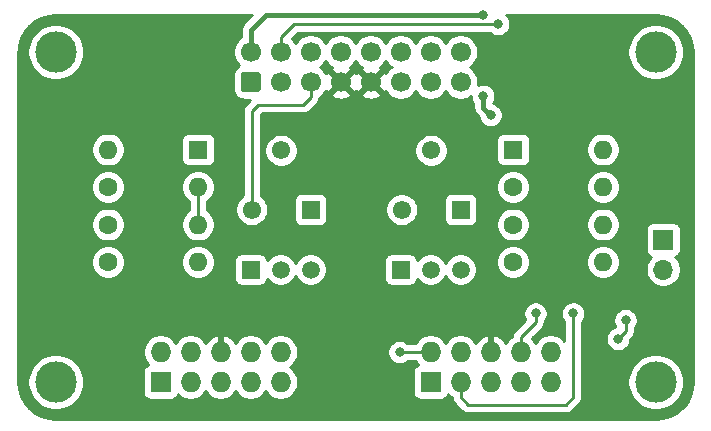
<source format=gbl>
G04 #@! TF.GenerationSoftware,KiCad,Pcbnew,(5.1.8)-1*
G04 #@! TF.CreationDate,2023-02-21T02:18:22+01:00*
G04 #@! TF.ProjectId,Gameport,47616d65-706f-4727-942e-6b696361645f,rev?*
G04 #@! TF.SameCoordinates,Original*
G04 #@! TF.FileFunction,Copper,L2,Bot*
G04 #@! TF.FilePolarity,Positive*
%FSLAX46Y46*%
G04 Gerber Fmt 4.6, Leading zero omitted, Abs format (unit mm)*
G04 Created by KiCad (PCBNEW (5.1.8)-1) date 2023-02-21 02:18:22*
%MOMM*%
%LPD*%
G01*
G04 APERTURE LIST*
G04 #@! TA.AperFunction,ComponentPad*
%ADD10C,1.550000*%
G04 #@! TD*
G04 #@! TA.AperFunction,ComponentPad*
%ADD11R,1.550000X1.550000*%
G04 #@! TD*
G04 #@! TA.AperFunction,ComponentPad*
%ADD12O,1.727200X1.727200*%
G04 #@! TD*
G04 #@! TA.AperFunction,ComponentPad*
%ADD13R,1.727200X1.727200*%
G04 #@! TD*
G04 #@! TA.AperFunction,ComponentPad*
%ADD14C,3.500000*%
G04 #@! TD*
G04 #@! TA.AperFunction,ComponentPad*
%ADD15R,1.700000X1.700000*%
G04 #@! TD*
G04 #@! TA.AperFunction,ComponentPad*
%ADD16O,1.700000X1.700000*%
G04 #@! TD*
G04 #@! TA.AperFunction,ComponentPad*
%ADD17R,1.600000X1.600000*%
G04 #@! TD*
G04 #@! TA.AperFunction,ComponentPad*
%ADD18O,1.600000X1.600000*%
G04 #@! TD*
G04 #@! TA.AperFunction,ComponentPad*
%ADD19C,1.700000*%
G04 #@! TD*
G04 #@! TA.AperFunction,ComponentPad*
%ADD20R,1.500000X1.500000*%
G04 #@! TD*
G04 #@! TA.AperFunction,ComponentPad*
%ADD21C,1.500000*%
G04 #@! TD*
G04 #@! TA.AperFunction,ComponentPad*
%ADD22C,1.600000*%
G04 #@! TD*
G04 #@! TA.AperFunction,ViaPad*
%ADD23C,0.800000*%
G04 #@! TD*
G04 #@! TA.AperFunction,Conductor*
%ADD24C,0.381000*%
G04 #@! TD*
G04 #@! TA.AperFunction,Conductor*
%ADD25C,0.250000*%
G04 #@! TD*
G04 #@! TA.AperFunction,Conductor*
%ADD26C,0.254000*%
G04 #@! TD*
G04 #@! TA.AperFunction,Conductor*
%ADD27C,0.100000*%
G04 #@! TD*
G04 APERTURE END LIST*
D10*
X135335000Y-93345000D03*
D11*
X140335000Y-93345000D03*
D10*
X137835000Y-88345000D03*
X148035000Y-93345000D03*
D11*
X153035000Y-93345000D03*
D10*
X150535000Y-88345000D03*
D12*
X160655000Y-105410000D03*
X158115000Y-105410000D03*
X155575000Y-105410000D03*
X153035000Y-105410000D03*
X150495000Y-105410000D03*
X160655000Y-107950000D03*
X158115000Y-107950000D03*
X155575000Y-107950000D03*
X153035000Y-107950000D03*
D13*
X150495000Y-107950000D03*
X127635000Y-107950000D03*
D12*
X130175000Y-107950000D03*
X132715000Y-107950000D03*
X135255000Y-107950000D03*
X137795000Y-107950000D03*
X127635000Y-105410000D03*
X130175000Y-105410000D03*
X132715000Y-105410000D03*
X135255000Y-105410000D03*
X137795000Y-105410000D03*
D14*
X118745000Y-107950000D03*
X169545000Y-107950000D03*
X169545000Y-80010000D03*
X118745000Y-79995001D03*
D15*
X170180000Y-95885000D03*
D16*
X170180000Y-98425000D03*
D17*
X130810000Y-88265000D03*
D18*
X123190000Y-88265000D03*
X165100000Y-88265000D03*
D17*
X157480000Y-88265000D03*
G04 #@! TA.AperFunction,ComponentPad*
G36*
G01*
X135855000Y-83400000D02*
X134655000Y-83400000D01*
G75*
G02*
X134405000Y-83150000I0J250000D01*
G01*
X134405000Y-81950000D01*
G75*
G02*
X134655000Y-81700000I250000J0D01*
G01*
X135855000Y-81700000D01*
G75*
G02*
X136105000Y-81950000I0J-250000D01*
G01*
X136105000Y-83150000D01*
G75*
G02*
X135855000Y-83400000I-250000J0D01*
G01*
G37*
G04 #@! TD.AperFunction*
D19*
X137795000Y-82550000D03*
X140335000Y-82550000D03*
X142875000Y-82550000D03*
X145415000Y-82550000D03*
X147955000Y-82550000D03*
X150495000Y-82550000D03*
X153035000Y-82550000D03*
X135255000Y-80010000D03*
X137795000Y-80010000D03*
X140335000Y-80010000D03*
X142875000Y-80010000D03*
X145415000Y-80010000D03*
X147955000Y-80010000D03*
X150495000Y-80010000D03*
X153035000Y-80010000D03*
D20*
X135255000Y-98425000D03*
D21*
X140335000Y-98425000D03*
X137795000Y-98425000D03*
X150495000Y-98425000D03*
X153035000Y-98425000D03*
D20*
X147955000Y-98425000D03*
D18*
X130810000Y-91440000D03*
D22*
X123190000Y-91440000D03*
D18*
X165100000Y-97790000D03*
D22*
X157480000Y-97790000D03*
X123190000Y-94615000D03*
D18*
X130810000Y-94615000D03*
D22*
X157480000Y-94615000D03*
D18*
X165100000Y-94615000D03*
D22*
X123190000Y-97790000D03*
D18*
X130810000Y-97790000D03*
X165100000Y-91440000D03*
D22*
X157480000Y-91440000D03*
D23*
X154939994Y-76835006D03*
X154940000Y-83730000D03*
X155575000Y-85344000D03*
X159385000Y-102145000D03*
X147865000Y-105410000D03*
X156210000Y-77625500D03*
X167005000Y-102714500D03*
X166370000Y-104295500D03*
X162560000Y-102145000D03*
D24*
X154939988Y-76835000D02*
X154939994Y-76835006D01*
X136525000Y-76835000D02*
X154939988Y-76835000D01*
X135255000Y-78105000D02*
X136525000Y-76835000D01*
X135255000Y-80010000D02*
X135255000Y-78105000D01*
X154940000Y-84709000D02*
X155575000Y-85344000D01*
X154940000Y-83730000D02*
X154940000Y-84709000D01*
D25*
X159385000Y-102870000D02*
X158115000Y-104140000D01*
X159385000Y-102145000D02*
X159385000Y-102870000D01*
X158115000Y-104140000D02*
X158115000Y-105410000D01*
X147865000Y-105410000D02*
X150495000Y-105410000D01*
X167005000Y-103660500D02*
X166370000Y-104295500D01*
X167005000Y-102714500D02*
X167005000Y-103660500D01*
X140179500Y-77625500D02*
X156210000Y-77625500D01*
X138909500Y-77625500D02*
X140179500Y-77625500D01*
X137795000Y-78740000D02*
X138909500Y-77625500D01*
X137795000Y-80010000D02*
X137795000Y-78740000D01*
X130810000Y-91440000D02*
X130810000Y-94615000D01*
X162560000Y-109220000D02*
X162560000Y-102145000D01*
X161925000Y-109855000D02*
X162560000Y-109220000D01*
X153670000Y-109855000D02*
X161925000Y-109855000D01*
X153035000Y-109220000D02*
X153670000Y-109855000D01*
X153035000Y-107950000D02*
X153035000Y-109220000D01*
X140335000Y-83820000D02*
X140335000Y-82550000D01*
X139700000Y-84455000D02*
X140335000Y-83820000D01*
X135890000Y-84455000D02*
X139700000Y-84455000D01*
X135335000Y-85010000D02*
X135890000Y-84455000D01*
X135335000Y-93345000D02*
X135335000Y-85010000D01*
D26*
X134699961Y-77492607D02*
X134668460Y-77518459D01*
X134642609Y-77549959D01*
X134565301Y-77644158D01*
X134488647Y-77787567D01*
X134441445Y-77943174D01*
X134425506Y-78105000D01*
X134429501Y-78145560D01*
X134429501Y-78775587D01*
X134308368Y-78856525D01*
X134101525Y-79063368D01*
X133939010Y-79306589D01*
X133827068Y-79576842D01*
X133770000Y-79863740D01*
X133770000Y-80156260D01*
X133827068Y-80443158D01*
X133939010Y-80713411D01*
X134101525Y-80956632D01*
X134288608Y-81143715D01*
X134161614Y-81211595D01*
X134027038Y-81322038D01*
X133916595Y-81456614D01*
X133834528Y-81610150D01*
X133783992Y-81776746D01*
X133766928Y-81950000D01*
X133766928Y-83150000D01*
X133783992Y-83323254D01*
X133834528Y-83489850D01*
X133916595Y-83643386D01*
X134027038Y-83777962D01*
X134161614Y-83888405D01*
X134315150Y-83970472D01*
X134481746Y-84021008D01*
X134655000Y-84038072D01*
X135232126Y-84038072D01*
X134823998Y-84446201D01*
X134795000Y-84469999D01*
X134771202Y-84498997D01*
X134771201Y-84498998D01*
X134700026Y-84585724D01*
X134629454Y-84717754D01*
X134599180Y-84817558D01*
X134588204Y-84853744D01*
X134585998Y-84861015D01*
X134571324Y-85010000D01*
X134575001Y-85047332D01*
X134575000Y-92157024D01*
X134436178Y-92249782D01*
X134239782Y-92446178D01*
X134085475Y-92677115D01*
X133979186Y-92933718D01*
X133925000Y-93206127D01*
X133925000Y-93483873D01*
X133979186Y-93756282D01*
X134085475Y-94012885D01*
X134239782Y-94243822D01*
X134436178Y-94440218D01*
X134667115Y-94594525D01*
X134923718Y-94700814D01*
X135196127Y-94755000D01*
X135473873Y-94755000D01*
X135746282Y-94700814D01*
X136002885Y-94594525D01*
X136233822Y-94440218D01*
X136430218Y-94243822D01*
X136584525Y-94012885D01*
X136690814Y-93756282D01*
X136745000Y-93483873D01*
X136745000Y-93206127D01*
X136690814Y-92933718D01*
X136584525Y-92677115D01*
X136512954Y-92570000D01*
X138921928Y-92570000D01*
X138921928Y-94120000D01*
X138934188Y-94244482D01*
X138970498Y-94364180D01*
X139029463Y-94474494D01*
X139108815Y-94571185D01*
X139205506Y-94650537D01*
X139315820Y-94709502D01*
X139435518Y-94745812D01*
X139560000Y-94758072D01*
X141110000Y-94758072D01*
X141234482Y-94745812D01*
X141354180Y-94709502D01*
X141464494Y-94650537D01*
X141561185Y-94571185D01*
X141640537Y-94474494D01*
X141699502Y-94364180D01*
X141735812Y-94244482D01*
X141748072Y-94120000D01*
X141748072Y-93206127D01*
X146625000Y-93206127D01*
X146625000Y-93483873D01*
X146679186Y-93756282D01*
X146785475Y-94012885D01*
X146939782Y-94243822D01*
X147136178Y-94440218D01*
X147367115Y-94594525D01*
X147623718Y-94700814D01*
X147896127Y-94755000D01*
X148173873Y-94755000D01*
X148446282Y-94700814D01*
X148702885Y-94594525D01*
X148933822Y-94440218D01*
X149130218Y-94243822D01*
X149284525Y-94012885D01*
X149390814Y-93756282D01*
X149445000Y-93483873D01*
X149445000Y-93206127D01*
X149390814Y-92933718D01*
X149284525Y-92677115D01*
X149212954Y-92570000D01*
X151621928Y-92570000D01*
X151621928Y-94120000D01*
X151634188Y-94244482D01*
X151670498Y-94364180D01*
X151729463Y-94474494D01*
X151808815Y-94571185D01*
X151905506Y-94650537D01*
X152015820Y-94709502D01*
X152135518Y-94745812D01*
X152260000Y-94758072D01*
X153810000Y-94758072D01*
X153934482Y-94745812D01*
X154054180Y-94709502D01*
X154164494Y-94650537D01*
X154261185Y-94571185D01*
X154340537Y-94474494D01*
X154340980Y-94473665D01*
X156045000Y-94473665D01*
X156045000Y-94756335D01*
X156100147Y-95033574D01*
X156208320Y-95294727D01*
X156365363Y-95529759D01*
X156565241Y-95729637D01*
X156800273Y-95886680D01*
X157061426Y-95994853D01*
X157338665Y-96050000D01*
X157621335Y-96050000D01*
X157898574Y-95994853D01*
X158159727Y-95886680D01*
X158394759Y-95729637D01*
X158594637Y-95529759D01*
X158751680Y-95294727D01*
X158859853Y-95033574D01*
X158915000Y-94756335D01*
X158915000Y-94473665D01*
X163665000Y-94473665D01*
X163665000Y-94756335D01*
X163720147Y-95033574D01*
X163828320Y-95294727D01*
X163985363Y-95529759D01*
X164185241Y-95729637D01*
X164420273Y-95886680D01*
X164681426Y-95994853D01*
X164958665Y-96050000D01*
X165241335Y-96050000D01*
X165518574Y-95994853D01*
X165779727Y-95886680D01*
X166014759Y-95729637D01*
X166214637Y-95529759D01*
X166371680Y-95294727D01*
X166479262Y-95035000D01*
X168691928Y-95035000D01*
X168691928Y-96735000D01*
X168704188Y-96859482D01*
X168740498Y-96979180D01*
X168799463Y-97089494D01*
X168878815Y-97186185D01*
X168975506Y-97265537D01*
X169085820Y-97324502D01*
X169158380Y-97346513D01*
X169026525Y-97478368D01*
X168864010Y-97721589D01*
X168752068Y-97991842D01*
X168695000Y-98278740D01*
X168695000Y-98571260D01*
X168752068Y-98858158D01*
X168864010Y-99128411D01*
X169026525Y-99371632D01*
X169233368Y-99578475D01*
X169476589Y-99740990D01*
X169746842Y-99852932D01*
X170033740Y-99910000D01*
X170326260Y-99910000D01*
X170613158Y-99852932D01*
X170883411Y-99740990D01*
X171126632Y-99578475D01*
X171333475Y-99371632D01*
X171495990Y-99128411D01*
X171607932Y-98858158D01*
X171665000Y-98571260D01*
X171665000Y-98278740D01*
X171607932Y-97991842D01*
X171495990Y-97721589D01*
X171333475Y-97478368D01*
X171201620Y-97346513D01*
X171274180Y-97324502D01*
X171384494Y-97265537D01*
X171481185Y-97186185D01*
X171560537Y-97089494D01*
X171619502Y-96979180D01*
X171655812Y-96859482D01*
X171668072Y-96735000D01*
X171668072Y-95035000D01*
X171655812Y-94910518D01*
X171619502Y-94790820D01*
X171560537Y-94680506D01*
X171481185Y-94583815D01*
X171384494Y-94504463D01*
X171274180Y-94445498D01*
X171154482Y-94409188D01*
X171030000Y-94396928D01*
X169330000Y-94396928D01*
X169205518Y-94409188D01*
X169085820Y-94445498D01*
X168975506Y-94504463D01*
X168878815Y-94583815D01*
X168799463Y-94680506D01*
X168740498Y-94790820D01*
X168704188Y-94910518D01*
X168691928Y-95035000D01*
X166479262Y-95035000D01*
X166479853Y-95033574D01*
X166535000Y-94756335D01*
X166535000Y-94473665D01*
X166479853Y-94196426D01*
X166371680Y-93935273D01*
X166214637Y-93700241D01*
X166014759Y-93500363D01*
X165779727Y-93343320D01*
X165518574Y-93235147D01*
X165241335Y-93180000D01*
X164958665Y-93180000D01*
X164681426Y-93235147D01*
X164420273Y-93343320D01*
X164185241Y-93500363D01*
X163985363Y-93700241D01*
X163828320Y-93935273D01*
X163720147Y-94196426D01*
X163665000Y-94473665D01*
X158915000Y-94473665D01*
X158859853Y-94196426D01*
X158751680Y-93935273D01*
X158594637Y-93700241D01*
X158394759Y-93500363D01*
X158159727Y-93343320D01*
X157898574Y-93235147D01*
X157621335Y-93180000D01*
X157338665Y-93180000D01*
X157061426Y-93235147D01*
X156800273Y-93343320D01*
X156565241Y-93500363D01*
X156365363Y-93700241D01*
X156208320Y-93935273D01*
X156100147Y-94196426D01*
X156045000Y-94473665D01*
X154340980Y-94473665D01*
X154399502Y-94364180D01*
X154435812Y-94244482D01*
X154448072Y-94120000D01*
X154448072Y-92570000D01*
X154435812Y-92445518D01*
X154399502Y-92325820D01*
X154340537Y-92215506D01*
X154261185Y-92118815D01*
X154164494Y-92039463D01*
X154054180Y-91980498D01*
X153934482Y-91944188D01*
X153810000Y-91931928D01*
X152260000Y-91931928D01*
X152135518Y-91944188D01*
X152015820Y-91980498D01*
X151905506Y-92039463D01*
X151808815Y-92118815D01*
X151729463Y-92215506D01*
X151670498Y-92325820D01*
X151634188Y-92445518D01*
X151621928Y-92570000D01*
X149212954Y-92570000D01*
X149130218Y-92446178D01*
X148933822Y-92249782D01*
X148702885Y-92095475D01*
X148446282Y-91989186D01*
X148173873Y-91935000D01*
X147896127Y-91935000D01*
X147623718Y-91989186D01*
X147367115Y-92095475D01*
X147136178Y-92249782D01*
X146939782Y-92446178D01*
X146785475Y-92677115D01*
X146679186Y-92933718D01*
X146625000Y-93206127D01*
X141748072Y-93206127D01*
X141748072Y-92570000D01*
X141735812Y-92445518D01*
X141699502Y-92325820D01*
X141640537Y-92215506D01*
X141561185Y-92118815D01*
X141464494Y-92039463D01*
X141354180Y-91980498D01*
X141234482Y-91944188D01*
X141110000Y-91931928D01*
X139560000Y-91931928D01*
X139435518Y-91944188D01*
X139315820Y-91980498D01*
X139205506Y-92039463D01*
X139108815Y-92118815D01*
X139029463Y-92215506D01*
X138970498Y-92325820D01*
X138934188Y-92445518D01*
X138921928Y-92570000D01*
X136512954Y-92570000D01*
X136430218Y-92446178D01*
X136233822Y-92249782D01*
X136095000Y-92157024D01*
X136095000Y-91298665D01*
X156045000Y-91298665D01*
X156045000Y-91581335D01*
X156100147Y-91858574D01*
X156208320Y-92119727D01*
X156365363Y-92354759D01*
X156565241Y-92554637D01*
X156800273Y-92711680D01*
X157061426Y-92819853D01*
X157338665Y-92875000D01*
X157621335Y-92875000D01*
X157898574Y-92819853D01*
X158159727Y-92711680D01*
X158394759Y-92554637D01*
X158594637Y-92354759D01*
X158751680Y-92119727D01*
X158859853Y-91858574D01*
X158915000Y-91581335D01*
X158915000Y-91298665D01*
X163665000Y-91298665D01*
X163665000Y-91581335D01*
X163720147Y-91858574D01*
X163828320Y-92119727D01*
X163985363Y-92354759D01*
X164185241Y-92554637D01*
X164420273Y-92711680D01*
X164681426Y-92819853D01*
X164958665Y-92875000D01*
X165241335Y-92875000D01*
X165518574Y-92819853D01*
X165779727Y-92711680D01*
X166014759Y-92554637D01*
X166214637Y-92354759D01*
X166371680Y-92119727D01*
X166479853Y-91858574D01*
X166535000Y-91581335D01*
X166535000Y-91298665D01*
X166479853Y-91021426D01*
X166371680Y-90760273D01*
X166214637Y-90525241D01*
X166014759Y-90325363D01*
X165779727Y-90168320D01*
X165518574Y-90060147D01*
X165241335Y-90005000D01*
X164958665Y-90005000D01*
X164681426Y-90060147D01*
X164420273Y-90168320D01*
X164185241Y-90325363D01*
X163985363Y-90525241D01*
X163828320Y-90760273D01*
X163720147Y-91021426D01*
X163665000Y-91298665D01*
X158915000Y-91298665D01*
X158859853Y-91021426D01*
X158751680Y-90760273D01*
X158594637Y-90525241D01*
X158394759Y-90325363D01*
X158159727Y-90168320D01*
X157898574Y-90060147D01*
X157621335Y-90005000D01*
X157338665Y-90005000D01*
X157061426Y-90060147D01*
X156800273Y-90168320D01*
X156565241Y-90325363D01*
X156365363Y-90525241D01*
X156208320Y-90760273D01*
X156100147Y-91021426D01*
X156045000Y-91298665D01*
X136095000Y-91298665D01*
X136095000Y-88206127D01*
X136425000Y-88206127D01*
X136425000Y-88483873D01*
X136479186Y-88756282D01*
X136585475Y-89012885D01*
X136739782Y-89243822D01*
X136936178Y-89440218D01*
X137167115Y-89594525D01*
X137423718Y-89700814D01*
X137696127Y-89755000D01*
X137973873Y-89755000D01*
X138246282Y-89700814D01*
X138502885Y-89594525D01*
X138733822Y-89440218D01*
X138930218Y-89243822D01*
X139084525Y-89012885D01*
X139190814Y-88756282D01*
X139245000Y-88483873D01*
X139245000Y-88206127D01*
X149125000Y-88206127D01*
X149125000Y-88483873D01*
X149179186Y-88756282D01*
X149285475Y-89012885D01*
X149439782Y-89243822D01*
X149636178Y-89440218D01*
X149867115Y-89594525D01*
X150123718Y-89700814D01*
X150396127Y-89755000D01*
X150673873Y-89755000D01*
X150946282Y-89700814D01*
X151202885Y-89594525D01*
X151433822Y-89440218D01*
X151630218Y-89243822D01*
X151784525Y-89012885D01*
X151890814Y-88756282D01*
X151945000Y-88483873D01*
X151945000Y-88206127D01*
X151890814Y-87933718D01*
X151784525Y-87677115D01*
X151642795Y-87465000D01*
X156041928Y-87465000D01*
X156041928Y-89065000D01*
X156054188Y-89189482D01*
X156090498Y-89309180D01*
X156149463Y-89419494D01*
X156228815Y-89516185D01*
X156325506Y-89595537D01*
X156435820Y-89654502D01*
X156555518Y-89690812D01*
X156680000Y-89703072D01*
X158280000Y-89703072D01*
X158404482Y-89690812D01*
X158524180Y-89654502D01*
X158634494Y-89595537D01*
X158731185Y-89516185D01*
X158810537Y-89419494D01*
X158869502Y-89309180D01*
X158905812Y-89189482D01*
X158918072Y-89065000D01*
X158918072Y-88123665D01*
X163665000Y-88123665D01*
X163665000Y-88406335D01*
X163720147Y-88683574D01*
X163828320Y-88944727D01*
X163985363Y-89179759D01*
X164185241Y-89379637D01*
X164420273Y-89536680D01*
X164681426Y-89644853D01*
X164958665Y-89700000D01*
X165241335Y-89700000D01*
X165518574Y-89644853D01*
X165779727Y-89536680D01*
X166014759Y-89379637D01*
X166214637Y-89179759D01*
X166371680Y-88944727D01*
X166479853Y-88683574D01*
X166535000Y-88406335D01*
X166535000Y-88123665D01*
X166479853Y-87846426D01*
X166371680Y-87585273D01*
X166214637Y-87350241D01*
X166014759Y-87150363D01*
X165779727Y-86993320D01*
X165518574Y-86885147D01*
X165241335Y-86830000D01*
X164958665Y-86830000D01*
X164681426Y-86885147D01*
X164420273Y-86993320D01*
X164185241Y-87150363D01*
X163985363Y-87350241D01*
X163828320Y-87585273D01*
X163720147Y-87846426D01*
X163665000Y-88123665D01*
X158918072Y-88123665D01*
X158918072Y-87465000D01*
X158905812Y-87340518D01*
X158869502Y-87220820D01*
X158810537Y-87110506D01*
X158731185Y-87013815D01*
X158634494Y-86934463D01*
X158524180Y-86875498D01*
X158404482Y-86839188D01*
X158280000Y-86826928D01*
X156680000Y-86826928D01*
X156555518Y-86839188D01*
X156435820Y-86875498D01*
X156325506Y-86934463D01*
X156228815Y-87013815D01*
X156149463Y-87110506D01*
X156090498Y-87220820D01*
X156054188Y-87340518D01*
X156041928Y-87465000D01*
X151642795Y-87465000D01*
X151630218Y-87446178D01*
X151433822Y-87249782D01*
X151202885Y-87095475D01*
X150946282Y-86989186D01*
X150673873Y-86935000D01*
X150396127Y-86935000D01*
X150123718Y-86989186D01*
X149867115Y-87095475D01*
X149636178Y-87249782D01*
X149439782Y-87446178D01*
X149285475Y-87677115D01*
X149179186Y-87933718D01*
X149125000Y-88206127D01*
X139245000Y-88206127D01*
X139190814Y-87933718D01*
X139084525Y-87677115D01*
X138930218Y-87446178D01*
X138733822Y-87249782D01*
X138502885Y-87095475D01*
X138246282Y-86989186D01*
X137973873Y-86935000D01*
X137696127Y-86935000D01*
X137423718Y-86989186D01*
X137167115Y-87095475D01*
X136936178Y-87249782D01*
X136739782Y-87446178D01*
X136585475Y-87677115D01*
X136479186Y-87933718D01*
X136425000Y-88206127D01*
X136095000Y-88206127D01*
X136095000Y-85324801D01*
X136204802Y-85215000D01*
X139662678Y-85215000D01*
X139700000Y-85218676D01*
X139737322Y-85215000D01*
X139737333Y-85215000D01*
X139848986Y-85204003D01*
X139992247Y-85160546D01*
X140124276Y-85089974D01*
X140240001Y-84995001D01*
X140263803Y-84965998D01*
X140846004Y-84383798D01*
X140875001Y-84360001D01*
X140969974Y-84244276D01*
X141040546Y-84112247D01*
X141084003Y-83968986D01*
X141095000Y-83857333D01*
X141095000Y-83857332D01*
X141098074Y-83826125D01*
X141281632Y-83703475D01*
X141406710Y-83578397D01*
X142026208Y-83578397D01*
X142103843Y-83827472D01*
X142367883Y-83953371D01*
X142651411Y-84025339D01*
X142943531Y-84040611D01*
X143233019Y-83998599D01*
X143508747Y-83900919D01*
X143646157Y-83827472D01*
X143723792Y-83578397D01*
X144566208Y-83578397D01*
X144643843Y-83827472D01*
X144907883Y-83953371D01*
X145191411Y-84025339D01*
X145483531Y-84040611D01*
X145773019Y-83998599D01*
X146048747Y-83900919D01*
X146186157Y-83827472D01*
X146263792Y-83578397D01*
X145415000Y-82729605D01*
X144566208Y-83578397D01*
X143723792Y-83578397D01*
X142875000Y-82729605D01*
X142026208Y-83578397D01*
X141406710Y-83578397D01*
X141488475Y-83496632D01*
X141604311Y-83323271D01*
X141846603Y-83398792D01*
X142695395Y-82550000D01*
X143054605Y-82550000D01*
X143903397Y-83398792D01*
X144145000Y-83323486D01*
X144386603Y-83398792D01*
X145235395Y-82550000D01*
X144386603Y-81701208D01*
X144145000Y-81776514D01*
X143903397Y-81701208D01*
X143054605Y-82550000D01*
X142695395Y-82550000D01*
X141846603Y-81701208D01*
X141604311Y-81776729D01*
X141488475Y-81603368D01*
X141281632Y-81396525D01*
X141107240Y-81280000D01*
X141281632Y-81163475D01*
X141488475Y-80956632D01*
X141605000Y-80782240D01*
X141721525Y-80956632D01*
X141928368Y-81163475D01*
X142101729Y-81279311D01*
X142026208Y-81521603D01*
X142875000Y-82370395D01*
X143723792Y-81521603D01*
X143648271Y-81279311D01*
X143821632Y-81163475D01*
X144028475Y-80956632D01*
X144145000Y-80782240D01*
X144261525Y-80956632D01*
X144468368Y-81163475D01*
X144641729Y-81279311D01*
X144566208Y-81521603D01*
X145415000Y-82370395D01*
X146263792Y-81521603D01*
X146188271Y-81279311D01*
X146361632Y-81163475D01*
X146568475Y-80956632D01*
X146685000Y-80782240D01*
X146801525Y-80956632D01*
X147008368Y-81163475D01*
X147182760Y-81280000D01*
X147008368Y-81396525D01*
X146801525Y-81603368D01*
X146685689Y-81776729D01*
X146443397Y-81701208D01*
X145594605Y-82550000D01*
X146443397Y-83398792D01*
X146685689Y-83323271D01*
X146801525Y-83496632D01*
X147008368Y-83703475D01*
X147251589Y-83865990D01*
X147521842Y-83977932D01*
X147808740Y-84035000D01*
X148101260Y-84035000D01*
X148388158Y-83977932D01*
X148658411Y-83865990D01*
X148901632Y-83703475D01*
X149108475Y-83496632D01*
X149225000Y-83322240D01*
X149341525Y-83496632D01*
X149548368Y-83703475D01*
X149791589Y-83865990D01*
X150061842Y-83977932D01*
X150348740Y-84035000D01*
X150641260Y-84035000D01*
X150928158Y-83977932D01*
X151198411Y-83865990D01*
X151441632Y-83703475D01*
X151648475Y-83496632D01*
X151765000Y-83322240D01*
X151881525Y-83496632D01*
X152088368Y-83703475D01*
X152331589Y-83865990D01*
X152601842Y-83977932D01*
X152888740Y-84035000D01*
X153181260Y-84035000D01*
X153468158Y-83977932D01*
X153738411Y-83865990D01*
X153905000Y-83754679D01*
X153905000Y-83831939D01*
X153944774Y-84031898D01*
X154022795Y-84220256D01*
X154114501Y-84357504D01*
X154114501Y-84668440D01*
X154110506Y-84709000D01*
X154126445Y-84870826D01*
X154173647Y-85026433D01*
X154250301Y-85169842D01*
X154309570Y-85242061D01*
X154353460Y-85295541D01*
X154384961Y-85321393D01*
X154547572Y-85484004D01*
X154579774Y-85645898D01*
X154657795Y-85834256D01*
X154771063Y-86003774D01*
X154915226Y-86147937D01*
X155084744Y-86261205D01*
X155273102Y-86339226D01*
X155473061Y-86379000D01*
X155676939Y-86379000D01*
X155876898Y-86339226D01*
X156065256Y-86261205D01*
X156234774Y-86147937D01*
X156378937Y-86003774D01*
X156492205Y-85834256D01*
X156570226Y-85645898D01*
X156610000Y-85445939D01*
X156610000Y-85242061D01*
X156570226Y-85042102D01*
X156492205Y-84853744D01*
X156378937Y-84684226D01*
X156234774Y-84540063D01*
X156065256Y-84426795D01*
X155876898Y-84348774D01*
X155783717Y-84330239D01*
X155857205Y-84220256D01*
X155935226Y-84031898D01*
X155975000Y-83831939D01*
X155975000Y-83628061D01*
X155935226Y-83428102D01*
X155857205Y-83239744D01*
X155743937Y-83070226D01*
X155599774Y-82926063D01*
X155430256Y-82812795D01*
X155241898Y-82734774D01*
X155041939Y-82695000D01*
X154838061Y-82695000D01*
X154638102Y-82734774D01*
X154501047Y-82791545D01*
X154520000Y-82696260D01*
X154520000Y-82403740D01*
X154462932Y-82116842D01*
X154350990Y-81846589D01*
X154188475Y-81603368D01*
X153981632Y-81396525D01*
X153807240Y-81280000D01*
X153981632Y-81163475D01*
X154188475Y-80956632D01*
X154350990Y-80713411D01*
X154462932Y-80443158D01*
X154520000Y-80156260D01*
X154520000Y-79863740D01*
X154502368Y-79775098D01*
X167160000Y-79775098D01*
X167160000Y-80244902D01*
X167251654Y-80705679D01*
X167431440Y-81139721D01*
X167692450Y-81530349D01*
X168024651Y-81862550D01*
X168415279Y-82123560D01*
X168849321Y-82303346D01*
X169310098Y-82395000D01*
X169779902Y-82395000D01*
X170240679Y-82303346D01*
X170674721Y-82123560D01*
X171065349Y-81862550D01*
X171397550Y-81530349D01*
X171658560Y-81139721D01*
X171838346Y-80705679D01*
X171930000Y-80244902D01*
X171930000Y-79775098D01*
X171838346Y-79314321D01*
X171658560Y-78880279D01*
X171397550Y-78489651D01*
X171065349Y-78157450D01*
X170674721Y-77896440D01*
X170240679Y-77716654D01*
X169779902Y-77625000D01*
X169310098Y-77625000D01*
X168849321Y-77716654D01*
X168415279Y-77896440D01*
X168024651Y-78157450D01*
X167692450Y-78489651D01*
X167431440Y-78880279D01*
X167251654Y-79314321D01*
X167160000Y-79775098D01*
X154502368Y-79775098D01*
X154462932Y-79576842D01*
X154350990Y-79306589D01*
X154188475Y-79063368D01*
X153981632Y-78856525D01*
X153738411Y-78694010D01*
X153468158Y-78582068D01*
X153181260Y-78525000D01*
X152888740Y-78525000D01*
X152601842Y-78582068D01*
X152331589Y-78694010D01*
X152088368Y-78856525D01*
X151881525Y-79063368D01*
X151765000Y-79237760D01*
X151648475Y-79063368D01*
X151441632Y-78856525D01*
X151198411Y-78694010D01*
X150928158Y-78582068D01*
X150641260Y-78525000D01*
X150348740Y-78525000D01*
X150061842Y-78582068D01*
X149791589Y-78694010D01*
X149548368Y-78856525D01*
X149341525Y-79063368D01*
X149225000Y-79237760D01*
X149108475Y-79063368D01*
X148901632Y-78856525D01*
X148658411Y-78694010D01*
X148388158Y-78582068D01*
X148101260Y-78525000D01*
X147808740Y-78525000D01*
X147521842Y-78582068D01*
X147251589Y-78694010D01*
X147008368Y-78856525D01*
X146801525Y-79063368D01*
X146685000Y-79237760D01*
X146568475Y-79063368D01*
X146361632Y-78856525D01*
X146118411Y-78694010D01*
X145848158Y-78582068D01*
X145561260Y-78525000D01*
X145268740Y-78525000D01*
X144981842Y-78582068D01*
X144711589Y-78694010D01*
X144468368Y-78856525D01*
X144261525Y-79063368D01*
X144145000Y-79237760D01*
X144028475Y-79063368D01*
X143821632Y-78856525D01*
X143578411Y-78694010D01*
X143308158Y-78582068D01*
X143021260Y-78525000D01*
X142728740Y-78525000D01*
X142441842Y-78582068D01*
X142171589Y-78694010D01*
X141928368Y-78856525D01*
X141721525Y-79063368D01*
X141605000Y-79237760D01*
X141488475Y-79063368D01*
X141281632Y-78856525D01*
X141038411Y-78694010D01*
X140768158Y-78582068D01*
X140481260Y-78525000D01*
X140188740Y-78525000D01*
X139901842Y-78582068D01*
X139631589Y-78694010D01*
X139388368Y-78856525D01*
X139181525Y-79063368D01*
X139065000Y-79237760D01*
X138948475Y-79063368D01*
X138747454Y-78862347D01*
X139224302Y-78385500D01*
X155506289Y-78385500D01*
X155550226Y-78429437D01*
X155719744Y-78542705D01*
X155908102Y-78620726D01*
X156108061Y-78660500D01*
X156311939Y-78660500D01*
X156511898Y-78620726D01*
X156700256Y-78542705D01*
X156869774Y-78429437D01*
X157013937Y-78285274D01*
X157127205Y-78115756D01*
X157205226Y-77927398D01*
X157245000Y-77727439D01*
X157245000Y-77523561D01*
X157205226Y-77323602D01*
X157127205Y-77135244D01*
X157013937Y-76965726D01*
X156908211Y-76860000D01*
X169512721Y-76860000D01*
X170156222Y-76923096D01*
X170744164Y-77100606D01*
X171286436Y-77388937D01*
X171762364Y-77777094D01*
X172153845Y-78250314D01*
X172445951Y-78790552D01*
X172627563Y-79377244D01*
X172695001Y-80018888D01*
X172695000Y-107917721D01*
X172631904Y-108561221D01*
X172454394Y-109149164D01*
X172166063Y-109691436D01*
X171777906Y-110167364D01*
X171304686Y-110558845D01*
X170764449Y-110850950D01*
X170177756Y-111032563D01*
X169536130Y-111100000D01*
X118777279Y-111100000D01*
X118133779Y-111036904D01*
X117545836Y-110859394D01*
X117003564Y-110571063D01*
X116527636Y-110182906D01*
X116136155Y-109709686D01*
X115844050Y-109169449D01*
X115662437Y-108582756D01*
X115595000Y-107941130D01*
X115595000Y-107715098D01*
X116360000Y-107715098D01*
X116360000Y-108184902D01*
X116451654Y-108645679D01*
X116631440Y-109079721D01*
X116892450Y-109470349D01*
X117224651Y-109802550D01*
X117615279Y-110063560D01*
X118049321Y-110243346D01*
X118510098Y-110335000D01*
X118979902Y-110335000D01*
X119440679Y-110243346D01*
X119874721Y-110063560D01*
X120265349Y-109802550D01*
X120597550Y-109470349D01*
X120858560Y-109079721D01*
X121038346Y-108645679D01*
X121130000Y-108184902D01*
X121130000Y-107715098D01*
X121038346Y-107254321D01*
X120968791Y-107086400D01*
X126133328Y-107086400D01*
X126133328Y-108813600D01*
X126145588Y-108938082D01*
X126181898Y-109057780D01*
X126240863Y-109168094D01*
X126320215Y-109264785D01*
X126416906Y-109344137D01*
X126527220Y-109403102D01*
X126646918Y-109439412D01*
X126771400Y-109451672D01*
X128498600Y-109451672D01*
X128623082Y-109439412D01*
X128742780Y-109403102D01*
X128853094Y-109344137D01*
X128949785Y-109264785D01*
X129029137Y-109168094D01*
X129088102Y-109057780D01*
X129105636Y-108999977D01*
X129219698Y-109114039D01*
X129465147Y-109278042D01*
X129737875Y-109391010D01*
X130027401Y-109448600D01*
X130322599Y-109448600D01*
X130612125Y-109391010D01*
X130884853Y-109278042D01*
X131130302Y-109114039D01*
X131339039Y-108905302D01*
X131445000Y-108746719D01*
X131550961Y-108905302D01*
X131759698Y-109114039D01*
X132005147Y-109278042D01*
X132277875Y-109391010D01*
X132567401Y-109448600D01*
X132862599Y-109448600D01*
X133152125Y-109391010D01*
X133424853Y-109278042D01*
X133670302Y-109114039D01*
X133879039Y-108905302D01*
X133985000Y-108746719D01*
X134090961Y-108905302D01*
X134299698Y-109114039D01*
X134545147Y-109278042D01*
X134817875Y-109391010D01*
X135107401Y-109448600D01*
X135402599Y-109448600D01*
X135692125Y-109391010D01*
X135964853Y-109278042D01*
X136210302Y-109114039D01*
X136419039Y-108905302D01*
X136525000Y-108746719D01*
X136630961Y-108905302D01*
X136839698Y-109114039D01*
X137085147Y-109278042D01*
X137357875Y-109391010D01*
X137647401Y-109448600D01*
X137942599Y-109448600D01*
X138232125Y-109391010D01*
X138504853Y-109278042D01*
X138750302Y-109114039D01*
X138959039Y-108905302D01*
X139123042Y-108659853D01*
X139236010Y-108387125D01*
X139293600Y-108097599D01*
X139293600Y-107802401D01*
X139236010Y-107512875D01*
X139123042Y-107240147D01*
X138959039Y-106994698D01*
X138750302Y-106785961D01*
X138591719Y-106680000D01*
X138750302Y-106574039D01*
X138959039Y-106365302D01*
X139123042Y-106119853D01*
X139236010Y-105847125D01*
X139293600Y-105557599D01*
X139293600Y-105308061D01*
X146830000Y-105308061D01*
X146830000Y-105511939D01*
X146869774Y-105711898D01*
X146947795Y-105900256D01*
X147061063Y-106069774D01*
X147205226Y-106213937D01*
X147374744Y-106327205D01*
X147563102Y-106405226D01*
X147763061Y-106445000D01*
X147966939Y-106445000D01*
X148166898Y-106405226D01*
X148355256Y-106327205D01*
X148524774Y-106213937D01*
X148568711Y-106170000D01*
X149200465Y-106170000D01*
X149330961Y-106365302D01*
X149445023Y-106479364D01*
X149387220Y-106496898D01*
X149276906Y-106555863D01*
X149180215Y-106635215D01*
X149100863Y-106731906D01*
X149041898Y-106842220D01*
X149005588Y-106961918D01*
X148993328Y-107086400D01*
X148993328Y-108813600D01*
X149005588Y-108938082D01*
X149041898Y-109057780D01*
X149100863Y-109168094D01*
X149180215Y-109264785D01*
X149276906Y-109344137D01*
X149387220Y-109403102D01*
X149506918Y-109439412D01*
X149631400Y-109451672D01*
X151358600Y-109451672D01*
X151483082Y-109439412D01*
X151602780Y-109403102D01*
X151713094Y-109344137D01*
X151809785Y-109264785D01*
X151889137Y-109168094D01*
X151948102Y-109057780D01*
X151965636Y-108999977D01*
X152079698Y-109114039D01*
X152273652Y-109243634D01*
X152275001Y-109257332D01*
X152275001Y-109257333D01*
X152281487Y-109323180D01*
X152285998Y-109368985D01*
X152329454Y-109512246D01*
X152400026Y-109644276D01*
X152455384Y-109711729D01*
X152495000Y-109760001D01*
X152523998Y-109783799D01*
X153106200Y-110366002D01*
X153129999Y-110395001D01*
X153199756Y-110452249D01*
X153245724Y-110489974D01*
X153377753Y-110560546D01*
X153521014Y-110604003D01*
X153670000Y-110618677D01*
X153707333Y-110615000D01*
X161887678Y-110615000D01*
X161925000Y-110618676D01*
X161962322Y-110615000D01*
X161962333Y-110615000D01*
X162073986Y-110604003D01*
X162217247Y-110560546D01*
X162349276Y-110489974D01*
X162465001Y-110395001D01*
X162488803Y-110365998D01*
X163071004Y-109783798D01*
X163100001Y-109760001D01*
X163194974Y-109644276D01*
X163265546Y-109512247D01*
X163309003Y-109368986D01*
X163320000Y-109257333D01*
X163320000Y-109257332D01*
X163323677Y-109220000D01*
X163320000Y-109182667D01*
X163320000Y-107715098D01*
X167160000Y-107715098D01*
X167160000Y-108184902D01*
X167251654Y-108645679D01*
X167431440Y-109079721D01*
X167692450Y-109470349D01*
X168024651Y-109802550D01*
X168415279Y-110063560D01*
X168849321Y-110243346D01*
X169310098Y-110335000D01*
X169779902Y-110335000D01*
X170240679Y-110243346D01*
X170674721Y-110063560D01*
X171065349Y-109802550D01*
X171397550Y-109470349D01*
X171658560Y-109079721D01*
X171838346Y-108645679D01*
X171930000Y-108184902D01*
X171930000Y-107715098D01*
X171838346Y-107254321D01*
X171658560Y-106820279D01*
X171397550Y-106429651D01*
X171065349Y-106097450D01*
X170674721Y-105836440D01*
X170240679Y-105656654D01*
X169779902Y-105565000D01*
X169310098Y-105565000D01*
X168849321Y-105656654D01*
X168415279Y-105836440D01*
X168024651Y-106097450D01*
X167692450Y-106429651D01*
X167431440Y-106820279D01*
X167251654Y-107254321D01*
X167160000Y-107715098D01*
X163320000Y-107715098D01*
X163320000Y-104193561D01*
X165335000Y-104193561D01*
X165335000Y-104397439D01*
X165374774Y-104597398D01*
X165452795Y-104785756D01*
X165566063Y-104955274D01*
X165710226Y-105099437D01*
X165879744Y-105212705D01*
X166068102Y-105290726D01*
X166268061Y-105330500D01*
X166471939Y-105330500D01*
X166671898Y-105290726D01*
X166860256Y-105212705D01*
X167029774Y-105099437D01*
X167173937Y-104955274D01*
X167287205Y-104785756D01*
X167365226Y-104597398D01*
X167405000Y-104397439D01*
X167405000Y-104335302D01*
X167516002Y-104224300D01*
X167545001Y-104200501D01*
X167639974Y-104084776D01*
X167710546Y-103952747D01*
X167754003Y-103809486D01*
X167765000Y-103697833D01*
X167768677Y-103660500D01*
X167765000Y-103623167D01*
X167765000Y-103418211D01*
X167808937Y-103374274D01*
X167922205Y-103204756D01*
X168000226Y-103016398D01*
X168040000Y-102816439D01*
X168040000Y-102612561D01*
X168000226Y-102412602D01*
X167922205Y-102224244D01*
X167808937Y-102054726D01*
X167664774Y-101910563D01*
X167495256Y-101797295D01*
X167306898Y-101719274D01*
X167106939Y-101679500D01*
X166903061Y-101679500D01*
X166703102Y-101719274D01*
X166514744Y-101797295D01*
X166345226Y-101910563D01*
X166201063Y-102054726D01*
X166087795Y-102224244D01*
X166009774Y-102412602D01*
X165970000Y-102612561D01*
X165970000Y-102816439D01*
X166009774Y-103016398D01*
X166087795Y-103204756D01*
X166141820Y-103285611D01*
X166068102Y-103300274D01*
X165879744Y-103378295D01*
X165710226Y-103491563D01*
X165566063Y-103635726D01*
X165452795Y-103805244D01*
X165374774Y-103993602D01*
X165335000Y-104193561D01*
X163320000Y-104193561D01*
X163320000Y-102848711D01*
X163363937Y-102804774D01*
X163477205Y-102635256D01*
X163555226Y-102446898D01*
X163595000Y-102246939D01*
X163595000Y-102043061D01*
X163555226Y-101843102D01*
X163477205Y-101654744D01*
X163363937Y-101485226D01*
X163219774Y-101341063D01*
X163050256Y-101227795D01*
X162861898Y-101149774D01*
X162661939Y-101110000D01*
X162458061Y-101110000D01*
X162258102Y-101149774D01*
X162069744Y-101227795D01*
X161900226Y-101341063D01*
X161756063Y-101485226D01*
X161642795Y-101654744D01*
X161564774Y-101843102D01*
X161525000Y-102043061D01*
X161525000Y-102246939D01*
X161564774Y-102446898D01*
X161642795Y-102635256D01*
X161756063Y-102804774D01*
X161800001Y-102848712D01*
X161800001Y-104435660D01*
X161610302Y-104245961D01*
X161364853Y-104081958D01*
X161092125Y-103968990D01*
X160802599Y-103911400D01*
X160507401Y-103911400D01*
X160217875Y-103968990D01*
X159945147Y-104081958D01*
X159699698Y-104245961D01*
X159490961Y-104454698D01*
X159385000Y-104613281D01*
X159279039Y-104454698D01*
X159077071Y-104252730D01*
X159896003Y-103433799D01*
X159925001Y-103410001D01*
X160019974Y-103294276D01*
X160090546Y-103162247D01*
X160134003Y-103018986D01*
X160145000Y-102907333D01*
X160145000Y-102907324D01*
X160148676Y-102870001D01*
X160146438Y-102847273D01*
X160188937Y-102804774D01*
X160302205Y-102635256D01*
X160380226Y-102446898D01*
X160420000Y-102246939D01*
X160420000Y-102043061D01*
X160380226Y-101843102D01*
X160302205Y-101654744D01*
X160188937Y-101485226D01*
X160044774Y-101341063D01*
X159875256Y-101227795D01*
X159686898Y-101149774D01*
X159486939Y-101110000D01*
X159283061Y-101110000D01*
X159083102Y-101149774D01*
X158894744Y-101227795D01*
X158725226Y-101341063D01*
X158581063Y-101485226D01*
X158467795Y-101654744D01*
X158389774Y-101843102D01*
X158350000Y-102043061D01*
X158350000Y-102246939D01*
X158389774Y-102446898D01*
X158467795Y-102635256D01*
X158498696Y-102681502D01*
X157604003Y-103576196D01*
X157574999Y-103599999D01*
X157545679Y-103635726D01*
X157480026Y-103715724D01*
X157432176Y-103805244D01*
X157409454Y-103847754D01*
X157365997Y-103991015D01*
X157355000Y-104102668D01*
X157355000Y-104102678D01*
X157353652Y-104116366D01*
X157159698Y-104245961D01*
X156950961Y-104454698D01*
X156840441Y-104620103D01*
X156781817Y-104521512D01*
X156585293Y-104303146D01*
X156349944Y-104127316D01*
X156084814Y-104000778D01*
X155934026Y-103955042D01*
X155702000Y-104076183D01*
X155702000Y-105283000D01*
X155722000Y-105283000D01*
X155722000Y-105537000D01*
X155702000Y-105537000D01*
X155702000Y-105557000D01*
X155448000Y-105557000D01*
X155448000Y-105537000D01*
X155428000Y-105537000D01*
X155428000Y-105283000D01*
X155448000Y-105283000D01*
X155448000Y-104076183D01*
X155215974Y-103955042D01*
X155065186Y-104000778D01*
X154800056Y-104127316D01*
X154564707Y-104303146D01*
X154368183Y-104521512D01*
X154309559Y-104620103D01*
X154199039Y-104454698D01*
X153990302Y-104245961D01*
X153744853Y-104081958D01*
X153472125Y-103968990D01*
X153182599Y-103911400D01*
X152887401Y-103911400D01*
X152597875Y-103968990D01*
X152325147Y-104081958D01*
X152079698Y-104245961D01*
X151870961Y-104454698D01*
X151765000Y-104613281D01*
X151659039Y-104454698D01*
X151450302Y-104245961D01*
X151204853Y-104081958D01*
X150932125Y-103968990D01*
X150642599Y-103911400D01*
X150347401Y-103911400D01*
X150057875Y-103968990D01*
X149785147Y-104081958D01*
X149539698Y-104245961D01*
X149330961Y-104454698D01*
X149200465Y-104650000D01*
X148568711Y-104650000D01*
X148524774Y-104606063D01*
X148355256Y-104492795D01*
X148166898Y-104414774D01*
X147966939Y-104375000D01*
X147763061Y-104375000D01*
X147563102Y-104414774D01*
X147374744Y-104492795D01*
X147205226Y-104606063D01*
X147061063Y-104750226D01*
X146947795Y-104919744D01*
X146869774Y-105108102D01*
X146830000Y-105308061D01*
X139293600Y-105308061D01*
X139293600Y-105262401D01*
X139236010Y-104972875D01*
X139123042Y-104700147D01*
X138959039Y-104454698D01*
X138750302Y-104245961D01*
X138504853Y-104081958D01*
X138232125Y-103968990D01*
X137942599Y-103911400D01*
X137647401Y-103911400D01*
X137357875Y-103968990D01*
X137085147Y-104081958D01*
X136839698Y-104245961D01*
X136630961Y-104454698D01*
X136525000Y-104613281D01*
X136419039Y-104454698D01*
X136210302Y-104245961D01*
X135964853Y-104081958D01*
X135692125Y-103968990D01*
X135402599Y-103911400D01*
X135107401Y-103911400D01*
X134817875Y-103968990D01*
X134545147Y-104081958D01*
X134299698Y-104245961D01*
X134090961Y-104454698D01*
X133980441Y-104620103D01*
X133921817Y-104521512D01*
X133725293Y-104303146D01*
X133489944Y-104127316D01*
X133224814Y-104000778D01*
X133074026Y-103955042D01*
X132842000Y-104076183D01*
X132842000Y-105283000D01*
X132862000Y-105283000D01*
X132862000Y-105537000D01*
X132842000Y-105537000D01*
X132842000Y-105557000D01*
X132588000Y-105557000D01*
X132588000Y-105537000D01*
X132568000Y-105537000D01*
X132568000Y-105283000D01*
X132588000Y-105283000D01*
X132588000Y-104076183D01*
X132355974Y-103955042D01*
X132205186Y-104000778D01*
X131940056Y-104127316D01*
X131704707Y-104303146D01*
X131508183Y-104521512D01*
X131449559Y-104620103D01*
X131339039Y-104454698D01*
X131130302Y-104245961D01*
X130884853Y-104081958D01*
X130612125Y-103968990D01*
X130322599Y-103911400D01*
X130027401Y-103911400D01*
X129737875Y-103968990D01*
X129465147Y-104081958D01*
X129219698Y-104245961D01*
X129010961Y-104454698D01*
X128905000Y-104613281D01*
X128799039Y-104454698D01*
X128590302Y-104245961D01*
X128344853Y-104081958D01*
X128072125Y-103968990D01*
X127782599Y-103911400D01*
X127487401Y-103911400D01*
X127197875Y-103968990D01*
X126925147Y-104081958D01*
X126679698Y-104245961D01*
X126470961Y-104454698D01*
X126306958Y-104700147D01*
X126193990Y-104972875D01*
X126136400Y-105262401D01*
X126136400Y-105557599D01*
X126193990Y-105847125D01*
X126306958Y-106119853D01*
X126470961Y-106365302D01*
X126585023Y-106479364D01*
X126527220Y-106496898D01*
X126416906Y-106555863D01*
X126320215Y-106635215D01*
X126240863Y-106731906D01*
X126181898Y-106842220D01*
X126145588Y-106961918D01*
X126133328Y-107086400D01*
X120968791Y-107086400D01*
X120858560Y-106820279D01*
X120597550Y-106429651D01*
X120265349Y-106097450D01*
X119874721Y-105836440D01*
X119440679Y-105656654D01*
X118979902Y-105565000D01*
X118510098Y-105565000D01*
X118049321Y-105656654D01*
X117615279Y-105836440D01*
X117224651Y-106097450D01*
X116892450Y-106429651D01*
X116631440Y-106820279D01*
X116451654Y-107254321D01*
X116360000Y-107715098D01*
X115595000Y-107715098D01*
X115595000Y-97648665D01*
X121755000Y-97648665D01*
X121755000Y-97931335D01*
X121810147Y-98208574D01*
X121918320Y-98469727D01*
X122075363Y-98704759D01*
X122275241Y-98904637D01*
X122510273Y-99061680D01*
X122771426Y-99169853D01*
X123048665Y-99225000D01*
X123331335Y-99225000D01*
X123608574Y-99169853D01*
X123869727Y-99061680D01*
X124104759Y-98904637D01*
X124304637Y-98704759D01*
X124461680Y-98469727D01*
X124569853Y-98208574D01*
X124625000Y-97931335D01*
X124625000Y-97648665D01*
X129375000Y-97648665D01*
X129375000Y-97931335D01*
X129430147Y-98208574D01*
X129538320Y-98469727D01*
X129695363Y-98704759D01*
X129895241Y-98904637D01*
X130130273Y-99061680D01*
X130391426Y-99169853D01*
X130668665Y-99225000D01*
X130951335Y-99225000D01*
X131228574Y-99169853D01*
X131489727Y-99061680D01*
X131724759Y-98904637D01*
X131924637Y-98704759D01*
X132081680Y-98469727D01*
X132189853Y-98208574D01*
X132245000Y-97931335D01*
X132245000Y-97675000D01*
X133866928Y-97675000D01*
X133866928Y-99175000D01*
X133879188Y-99299482D01*
X133915498Y-99419180D01*
X133974463Y-99529494D01*
X134053815Y-99626185D01*
X134150506Y-99705537D01*
X134260820Y-99764502D01*
X134380518Y-99800812D01*
X134505000Y-99813072D01*
X136005000Y-99813072D01*
X136129482Y-99800812D01*
X136249180Y-99764502D01*
X136359494Y-99705537D01*
X136456185Y-99626185D01*
X136535537Y-99529494D01*
X136594502Y-99419180D01*
X136630812Y-99299482D01*
X136641445Y-99191517D01*
X136719201Y-99307886D01*
X136912114Y-99500799D01*
X137138957Y-99652371D01*
X137391011Y-99756775D01*
X137658589Y-99810000D01*
X137931411Y-99810000D01*
X138198989Y-99756775D01*
X138451043Y-99652371D01*
X138677886Y-99500799D01*
X138870799Y-99307886D01*
X139022371Y-99081043D01*
X139065000Y-98978127D01*
X139107629Y-99081043D01*
X139259201Y-99307886D01*
X139452114Y-99500799D01*
X139678957Y-99652371D01*
X139931011Y-99756775D01*
X140198589Y-99810000D01*
X140471411Y-99810000D01*
X140738989Y-99756775D01*
X140991043Y-99652371D01*
X141217886Y-99500799D01*
X141410799Y-99307886D01*
X141562371Y-99081043D01*
X141666775Y-98828989D01*
X141720000Y-98561411D01*
X141720000Y-98288589D01*
X141666775Y-98021011D01*
X141562371Y-97768957D01*
X141499591Y-97675000D01*
X146566928Y-97675000D01*
X146566928Y-99175000D01*
X146579188Y-99299482D01*
X146615498Y-99419180D01*
X146674463Y-99529494D01*
X146753815Y-99626185D01*
X146850506Y-99705537D01*
X146960820Y-99764502D01*
X147080518Y-99800812D01*
X147205000Y-99813072D01*
X148705000Y-99813072D01*
X148829482Y-99800812D01*
X148949180Y-99764502D01*
X149059494Y-99705537D01*
X149156185Y-99626185D01*
X149235537Y-99529494D01*
X149294502Y-99419180D01*
X149330812Y-99299482D01*
X149341445Y-99191517D01*
X149419201Y-99307886D01*
X149612114Y-99500799D01*
X149838957Y-99652371D01*
X150091011Y-99756775D01*
X150358589Y-99810000D01*
X150631411Y-99810000D01*
X150898989Y-99756775D01*
X151151043Y-99652371D01*
X151377886Y-99500799D01*
X151570799Y-99307886D01*
X151722371Y-99081043D01*
X151765000Y-98978127D01*
X151807629Y-99081043D01*
X151959201Y-99307886D01*
X152152114Y-99500799D01*
X152378957Y-99652371D01*
X152631011Y-99756775D01*
X152898589Y-99810000D01*
X153171411Y-99810000D01*
X153438989Y-99756775D01*
X153691043Y-99652371D01*
X153917886Y-99500799D01*
X154110799Y-99307886D01*
X154262371Y-99081043D01*
X154366775Y-98828989D01*
X154420000Y-98561411D01*
X154420000Y-98288589D01*
X154366775Y-98021011D01*
X154262371Y-97768957D01*
X154181995Y-97648665D01*
X156045000Y-97648665D01*
X156045000Y-97931335D01*
X156100147Y-98208574D01*
X156208320Y-98469727D01*
X156365363Y-98704759D01*
X156565241Y-98904637D01*
X156800273Y-99061680D01*
X157061426Y-99169853D01*
X157338665Y-99225000D01*
X157621335Y-99225000D01*
X157898574Y-99169853D01*
X158159727Y-99061680D01*
X158394759Y-98904637D01*
X158594637Y-98704759D01*
X158751680Y-98469727D01*
X158859853Y-98208574D01*
X158915000Y-97931335D01*
X158915000Y-97648665D01*
X163665000Y-97648665D01*
X163665000Y-97931335D01*
X163720147Y-98208574D01*
X163828320Y-98469727D01*
X163985363Y-98704759D01*
X164185241Y-98904637D01*
X164420273Y-99061680D01*
X164681426Y-99169853D01*
X164958665Y-99225000D01*
X165241335Y-99225000D01*
X165518574Y-99169853D01*
X165779727Y-99061680D01*
X166014759Y-98904637D01*
X166214637Y-98704759D01*
X166371680Y-98469727D01*
X166479853Y-98208574D01*
X166535000Y-97931335D01*
X166535000Y-97648665D01*
X166479853Y-97371426D01*
X166371680Y-97110273D01*
X166214637Y-96875241D01*
X166014759Y-96675363D01*
X165779727Y-96518320D01*
X165518574Y-96410147D01*
X165241335Y-96355000D01*
X164958665Y-96355000D01*
X164681426Y-96410147D01*
X164420273Y-96518320D01*
X164185241Y-96675363D01*
X163985363Y-96875241D01*
X163828320Y-97110273D01*
X163720147Y-97371426D01*
X163665000Y-97648665D01*
X158915000Y-97648665D01*
X158859853Y-97371426D01*
X158751680Y-97110273D01*
X158594637Y-96875241D01*
X158394759Y-96675363D01*
X158159727Y-96518320D01*
X157898574Y-96410147D01*
X157621335Y-96355000D01*
X157338665Y-96355000D01*
X157061426Y-96410147D01*
X156800273Y-96518320D01*
X156565241Y-96675363D01*
X156365363Y-96875241D01*
X156208320Y-97110273D01*
X156100147Y-97371426D01*
X156045000Y-97648665D01*
X154181995Y-97648665D01*
X154110799Y-97542114D01*
X153917886Y-97349201D01*
X153691043Y-97197629D01*
X153438989Y-97093225D01*
X153171411Y-97040000D01*
X152898589Y-97040000D01*
X152631011Y-97093225D01*
X152378957Y-97197629D01*
X152152114Y-97349201D01*
X151959201Y-97542114D01*
X151807629Y-97768957D01*
X151765000Y-97871873D01*
X151722371Y-97768957D01*
X151570799Y-97542114D01*
X151377886Y-97349201D01*
X151151043Y-97197629D01*
X150898989Y-97093225D01*
X150631411Y-97040000D01*
X150358589Y-97040000D01*
X150091011Y-97093225D01*
X149838957Y-97197629D01*
X149612114Y-97349201D01*
X149419201Y-97542114D01*
X149341445Y-97658483D01*
X149330812Y-97550518D01*
X149294502Y-97430820D01*
X149235537Y-97320506D01*
X149156185Y-97223815D01*
X149059494Y-97144463D01*
X148949180Y-97085498D01*
X148829482Y-97049188D01*
X148705000Y-97036928D01*
X147205000Y-97036928D01*
X147080518Y-97049188D01*
X146960820Y-97085498D01*
X146850506Y-97144463D01*
X146753815Y-97223815D01*
X146674463Y-97320506D01*
X146615498Y-97430820D01*
X146579188Y-97550518D01*
X146566928Y-97675000D01*
X141499591Y-97675000D01*
X141410799Y-97542114D01*
X141217886Y-97349201D01*
X140991043Y-97197629D01*
X140738989Y-97093225D01*
X140471411Y-97040000D01*
X140198589Y-97040000D01*
X139931011Y-97093225D01*
X139678957Y-97197629D01*
X139452114Y-97349201D01*
X139259201Y-97542114D01*
X139107629Y-97768957D01*
X139065000Y-97871873D01*
X139022371Y-97768957D01*
X138870799Y-97542114D01*
X138677886Y-97349201D01*
X138451043Y-97197629D01*
X138198989Y-97093225D01*
X137931411Y-97040000D01*
X137658589Y-97040000D01*
X137391011Y-97093225D01*
X137138957Y-97197629D01*
X136912114Y-97349201D01*
X136719201Y-97542114D01*
X136641445Y-97658483D01*
X136630812Y-97550518D01*
X136594502Y-97430820D01*
X136535537Y-97320506D01*
X136456185Y-97223815D01*
X136359494Y-97144463D01*
X136249180Y-97085498D01*
X136129482Y-97049188D01*
X136005000Y-97036928D01*
X134505000Y-97036928D01*
X134380518Y-97049188D01*
X134260820Y-97085498D01*
X134150506Y-97144463D01*
X134053815Y-97223815D01*
X133974463Y-97320506D01*
X133915498Y-97430820D01*
X133879188Y-97550518D01*
X133866928Y-97675000D01*
X132245000Y-97675000D01*
X132245000Y-97648665D01*
X132189853Y-97371426D01*
X132081680Y-97110273D01*
X131924637Y-96875241D01*
X131724759Y-96675363D01*
X131489727Y-96518320D01*
X131228574Y-96410147D01*
X130951335Y-96355000D01*
X130668665Y-96355000D01*
X130391426Y-96410147D01*
X130130273Y-96518320D01*
X129895241Y-96675363D01*
X129695363Y-96875241D01*
X129538320Y-97110273D01*
X129430147Y-97371426D01*
X129375000Y-97648665D01*
X124625000Y-97648665D01*
X124569853Y-97371426D01*
X124461680Y-97110273D01*
X124304637Y-96875241D01*
X124104759Y-96675363D01*
X123869727Y-96518320D01*
X123608574Y-96410147D01*
X123331335Y-96355000D01*
X123048665Y-96355000D01*
X122771426Y-96410147D01*
X122510273Y-96518320D01*
X122275241Y-96675363D01*
X122075363Y-96875241D01*
X121918320Y-97110273D01*
X121810147Y-97371426D01*
X121755000Y-97648665D01*
X115595000Y-97648665D01*
X115595000Y-94473665D01*
X121755000Y-94473665D01*
X121755000Y-94756335D01*
X121810147Y-95033574D01*
X121918320Y-95294727D01*
X122075363Y-95529759D01*
X122275241Y-95729637D01*
X122510273Y-95886680D01*
X122771426Y-95994853D01*
X123048665Y-96050000D01*
X123331335Y-96050000D01*
X123608574Y-95994853D01*
X123869727Y-95886680D01*
X124104759Y-95729637D01*
X124304637Y-95529759D01*
X124461680Y-95294727D01*
X124569853Y-95033574D01*
X124625000Y-94756335D01*
X124625000Y-94473665D01*
X124569853Y-94196426D01*
X124461680Y-93935273D01*
X124304637Y-93700241D01*
X124104759Y-93500363D01*
X123869727Y-93343320D01*
X123608574Y-93235147D01*
X123331335Y-93180000D01*
X123048665Y-93180000D01*
X122771426Y-93235147D01*
X122510273Y-93343320D01*
X122275241Y-93500363D01*
X122075363Y-93700241D01*
X121918320Y-93935273D01*
X121810147Y-94196426D01*
X121755000Y-94473665D01*
X115595000Y-94473665D01*
X115595000Y-91298665D01*
X121755000Y-91298665D01*
X121755000Y-91581335D01*
X121810147Y-91858574D01*
X121918320Y-92119727D01*
X122075363Y-92354759D01*
X122275241Y-92554637D01*
X122510273Y-92711680D01*
X122771426Y-92819853D01*
X123048665Y-92875000D01*
X123331335Y-92875000D01*
X123608574Y-92819853D01*
X123869727Y-92711680D01*
X124104759Y-92554637D01*
X124304637Y-92354759D01*
X124461680Y-92119727D01*
X124569853Y-91858574D01*
X124625000Y-91581335D01*
X124625000Y-91298665D01*
X129375000Y-91298665D01*
X129375000Y-91581335D01*
X129430147Y-91858574D01*
X129538320Y-92119727D01*
X129695363Y-92354759D01*
X129895241Y-92554637D01*
X130050000Y-92658044D01*
X130050001Y-93396956D01*
X129895241Y-93500363D01*
X129695363Y-93700241D01*
X129538320Y-93935273D01*
X129430147Y-94196426D01*
X129375000Y-94473665D01*
X129375000Y-94756335D01*
X129430147Y-95033574D01*
X129538320Y-95294727D01*
X129695363Y-95529759D01*
X129895241Y-95729637D01*
X130130273Y-95886680D01*
X130391426Y-95994853D01*
X130668665Y-96050000D01*
X130951335Y-96050000D01*
X131228574Y-95994853D01*
X131489727Y-95886680D01*
X131724759Y-95729637D01*
X131924637Y-95529759D01*
X132081680Y-95294727D01*
X132189853Y-95033574D01*
X132245000Y-94756335D01*
X132245000Y-94473665D01*
X132189853Y-94196426D01*
X132081680Y-93935273D01*
X131924637Y-93700241D01*
X131724759Y-93500363D01*
X131570000Y-93396957D01*
X131570000Y-92658043D01*
X131724759Y-92554637D01*
X131924637Y-92354759D01*
X132081680Y-92119727D01*
X132189853Y-91858574D01*
X132245000Y-91581335D01*
X132245000Y-91298665D01*
X132189853Y-91021426D01*
X132081680Y-90760273D01*
X131924637Y-90525241D01*
X131724759Y-90325363D01*
X131489727Y-90168320D01*
X131228574Y-90060147D01*
X130951335Y-90005000D01*
X130668665Y-90005000D01*
X130391426Y-90060147D01*
X130130273Y-90168320D01*
X129895241Y-90325363D01*
X129695363Y-90525241D01*
X129538320Y-90760273D01*
X129430147Y-91021426D01*
X129375000Y-91298665D01*
X124625000Y-91298665D01*
X124569853Y-91021426D01*
X124461680Y-90760273D01*
X124304637Y-90525241D01*
X124104759Y-90325363D01*
X123869727Y-90168320D01*
X123608574Y-90060147D01*
X123331335Y-90005000D01*
X123048665Y-90005000D01*
X122771426Y-90060147D01*
X122510273Y-90168320D01*
X122275241Y-90325363D01*
X122075363Y-90525241D01*
X121918320Y-90760273D01*
X121810147Y-91021426D01*
X121755000Y-91298665D01*
X115595000Y-91298665D01*
X115595000Y-88123665D01*
X121755000Y-88123665D01*
X121755000Y-88406335D01*
X121810147Y-88683574D01*
X121918320Y-88944727D01*
X122075363Y-89179759D01*
X122275241Y-89379637D01*
X122510273Y-89536680D01*
X122771426Y-89644853D01*
X123048665Y-89700000D01*
X123331335Y-89700000D01*
X123608574Y-89644853D01*
X123869727Y-89536680D01*
X124104759Y-89379637D01*
X124304637Y-89179759D01*
X124461680Y-88944727D01*
X124569853Y-88683574D01*
X124625000Y-88406335D01*
X124625000Y-88123665D01*
X124569853Y-87846426D01*
X124461680Y-87585273D01*
X124381317Y-87465000D01*
X129371928Y-87465000D01*
X129371928Y-89065000D01*
X129384188Y-89189482D01*
X129420498Y-89309180D01*
X129479463Y-89419494D01*
X129558815Y-89516185D01*
X129655506Y-89595537D01*
X129765820Y-89654502D01*
X129885518Y-89690812D01*
X130010000Y-89703072D01*
X131610000Y-89703072D01*
X131734482Y-89690812D01*
X131854180Y-89654502D01*
X131964494Y-89595537D01*
X132061185Y-89516185D01*
X132140537Y-89419494D01*
X132199502Y-89309180D01*
X132235812Y-89189482D01*
X132248072Y-89065000D01*
X132248072Y-87465000D01*
X132235812Y-87340518D01*
X132199502Y-87220820D01*
X132140537Y-87110506D01*
X132061185Y-87013815D01*
X131964494Y-86934463D01*
X131854180Y-86875498D01*
X131734482Y-86839188D01*
X131610000Y-86826928D01*
X130010000Y-86826928D01*
X129885518Y-86839188D01*
X129765820Y-86875498D01*
X129655506Y-86934463D01*
X129558815Y-87013815D01*
X129479463Y-87110506D01*
X129420498Y-87220820D01*
X129384188Y-87340518D01*
X129371928Y-87465000D01*
X124381317Y-87465000D01*
X124304637Y-87350241D01*
X124104759Y-87150363D01*
X123869727Y-86993320D01*
X123608574Y-86885147D01*
X123331335Y-86830000D01*
X123048665Y-86830000D01*
X122771426Y-86885147D01*
X122510273Y-86993320D01*
X122275241Y-87150363D01*
X122075363Y-87350241D01*
X121918320Y-87585273D01*
X121810147Y-87846426D01*
X121755000Y-88123665D01*
X115595000Y-88123665D01*
X115595000Y-80042279D01*
X115622668Y-79760099D01*
X116360000Y-79760099D01*
X116360000Y-80229903D01*
X116451654Y-80690680D01*
X116631440Y-81124722D01*
X116892450Y-81515350D01*
X117224651Y-81847551D01*
X117615279Y-82108561D01*
X118049321Y-82288347D01*
X118510098Y-82380001D01*
X118979902Y-82380001D01*
X119440679Y-82288347D01*
X119874721Y-82108561D01*
X120265349Y-81847551D01*
X120597550Y-81515350D01*
X120858560Y-81124722D01*
X121038346Y-80690680D01*
X121130000Y-80229903D01*
X121130000Y-79760099D01*
X121038346Y-79299322D01*
X120858560Y-78865280D01*
X120597550Y-78474652D01*
X120265349Y-78142451D01*
X119874721Y-77881441D01*
X119440679Y-77701655D01*
X118979902Y-77610001D01*
X118510098Y-77610001D01*
X118049321Y-77701655D01*
X117615279Y-77881441D01*
X117224651Y-78142451D01*
X116892450Y-78474652D01*
X116631440Y-78865280D01*
X116451654Y-79299322D01*
X116360000Y-79760099D01*
X115622668Y-79760099D01*
X115658096Y-79398778D01*
X115835606Y-78810836D01*
X116123937Y-78268564D01*
X116512094Y-77792636D01*
X116985314Y-77401155D01*
X117525552Y-77109049D01*
X118112244Y-76927437D01*
X118753879Y-76860000D01*
X135332567Y-76860000D01*
X134699961Y-77492607D01*
G04 #@! TA.AperFunction,Conductor*
D27*
G36*
X134699961Y-77492607D02*
G01*
X134668460Y-77518459D01*
X134642609Y-77549959D01*
X134565301Y-77644158D01*
X134488647Y-77787567D01*
X134441445Y-77943174D01*
X134425506Y-78105000D01*
X134429501Y-78145560D01*
X134429501Y-78775587D01*
X134308368Y-78856525D01*
X134101525Y-79063368D01*
X133939010Y-79306589D01*
X133827068Y-79576842D01*
X133770000Y-79863740D01*
X133770000Y-80156260D01*
X133827068Y-80443158D01*
X133939010Y-80713411D01*
X134101525Y-80956632D01*
X134288608Y-81143715D01*
X134161614Y-81211595D01*
X134027038Y-81322038D01*
X133916595Y-81456614D01*
X133834528Y-81610150D01*
X133783992Y-81776746D01*
X133766928Y-81950000D01*
X133766928Y-83150000D01*
X133783992Y-83323254D01*
X133834528Y-83489850D01*
X133916595Y-83643386D01*
X134027038Y-83777962D01*
X134161614Y-83888405D01*
X134315150Y-83970472D01*
X134481746Y-84021008D01*
X134655000Y-84038072D01*
X135232126Y-84038072D01*
X134823998Y-84446201D01*
X134795000Y-84469999D01*
X134771202Y-84498997D01*
X134771201Y-84498998D01*
X134700026Y-84585724D01*
X134629454Y-84717754D01*
X134599180Y-84817558D01*
X134588204Y-84853744D01*
X134585998Y-84861015D01*
X134571324Y-85010000D01*
X134575001Y-85047332D01*
X134575000Y-92157024D01*
X134436178Y-92249782D01*
X134239782Y-92446178D01*
X134085475Y-92677115D01*
X133979186Y-92933718D01*
X133925000Y-93206127D01*
X133925000Y-93483873D01*
X133979186Y-93756282D01*
X134085475Y-94012885D01*
X134239782Y-94243822D01*
X134436178Y-94440218D01*
X134667115Y-94594525D01*
X134923718Y-94700814D01*
X135196127Y-94755000D01*
X135473873Y-94755000D01*
X135746282Y-94700814D01*
X136002885Y-94594525D01*
X136233822Y-94440218D01*
X136430218Y-94243822D01*
X136584525Y-94012885D01*
X136690814Y-93756282D01*
X136745000Y-93483873D01*
X136745000Y-93206127D01*
X136690814Y-92933718D01*
X136584525Y-92677115D01*
X136512954Y-92570000D01*
X138921928Y-92570000D01*
X138921928Y-94120000D01*
X138934188Y-94244482D01*
X138970498Y-94364180D01*
X139029463Y-94474494D01*
X139108815Y-94571185D01*
X139205506Y-94650537D01*
X139315820Y-94709502D01*
X139435518Y-94745812D01*
X139560000Y-94758072D01*
X141110000Y-94758072D01*
X141234482Y-94745812D01*
X141354180Y-94709502D01*
X141464494Y-94650537D01*
X141561185Y-94571185D01*
X141640537Y-94474494D01*
X141699502Y-94364180D01*
X141735812Y-94244482D01*
X141748072Y-94120000D01*
X141748072Y-93206127D01*
X146625000Y-93206127D01*
X146625000Y-93483873D01*
X146679186Y-93756282D01*
X146785475Y-94012885D01*
X146939782Y-94243822D01*
X147136178Y-94440218D01*
X147367115Y-94594525D01*
X147623718Y-94700814D01*
X147896127Y-94755000D01*
X148173873Y-94755000D01*
X148446282Y-94700814D01*
X148702885Y-94594525D01*
X148933822Y-94440218D01*
X149130218Y-94243822D01*
X149284525Y-94012885D01*
X149390814Y-93756282D01*
X149445000Y-93483873D01*
X149445000Y-93206127D01*
X149390814Y-92933718D01*
X149284525Y-92677115D01*
X149212954Y-92570000D01*
X151621928Y-92570000D01*
X151621928Y-94120000D01*
X151634188Y-94244482D01*
X151670498Y-94364180D01*
X151729463Y-94474494D01*
X151808815Y-94571185D01*
X151905506Y-94650537D01*
X152015820Y-94709502D01*
X152135518Y-94745812D01*
X152260000Y-94758072D01*
X153810000Y-94758072D01*
X153934482Y-94745812D01*
X154054180Y-94709502D01*
X154164494Y-94650537D01*
X154261185Y-94571185D01*
X154340537Y-94474494D01*
X154340980Y-94473665D01*
X156045000Y-94473665D01*
X156045000Y-94756335D01*
X156100147Y-95033574D01*
X156208320Y-95294727D01*
X156365363Y-95529759D01*
X156565241Y-95729637D01*
X156800273Y-95886680D01*
X157061426Y-95994853D01*
X157338665Y-96050000D01*
X157621335Y-96050000D01*
X157898574Y-95994853D01*
X158159727Y-95886680D01*
X158394759Y-95729637D01*
X158594637Y-95529759D01*
X158751680Y-95294727D01*
X158859853Y-95033574D01*
X158915000Y-94756335D01*
X158915000Y-94473665D01*
X163665000Y-94473665D01*
X163665000Y-94756335D01*
X163720147Y-95033574D01*
X163828320Y-95294727D01*
X163985363Y-95529759D01*
X164185241Y-95729637D01*
X164420273Y-95886680D01*
X164681426Y-95994853D01*
X164958665Y-96050000D01*
X165241335Y-96050000D01*
X165518574Y-95994853D01*
X165779727Y-95886680D01*
X166014759Y-95729637D01*
X166214637Y-95529759D01*
X166371680Y-95294727D01*
X166479262Y-95035000D01*
X168691928Y-95035000D01*
X168691928Y-96735000D01*
X168704188Y-96859482D01*
X168740498Y-96979180D01*
X168799463Y-97089494D01*
X168878815Y-97186185D01*
X168975506Y-97265537D01*
X169085820Y-97324502D01*
X169158380Y-97346513D01*
X169026525Y-97478368D01*
X168864010Y-97721589D01*
X168752068Y-97991842D01*
X168695000Y-98278740D01*
X168695000Y-98571260D01*
X168752068Y-98858158D01*
X168864010Y-99128411D01*
X169026525Y-99371632D01*
X169233368Y-99578475D01*
X169476589Y-99740990D01*
X169746842Y-99852932D01*
X170033740Y-99910000D01*
X170326260Y-99910000D01*
X170613158Y-99852932D01*
X170883411Y-99740990D01*
X171126632Y-99578475D01*
X171333475Y-99371632D01*
X171495990Y-99128411D01*
X171607932Y-98858158D01*
X171665000Y-98571260D01*
X171665000Y-98278740D01*
X171607932Y-97991842D01*
X171495990Y-97721589D01*
X171333475Y-97478368D01*
X171201620Y-97346513D01*
X171274180Y-97324502D01*
X171384494Y-97265537D01*
X171481185Y-97186185D01*
X171560537Y-97089494D01*
X171619502Y-96979180D01*
X171655812Y-96859482D01*
X171668072Y-96735000D01*
X171668072Y-95035000D01*
X171655812Y-94910518D01*
X171619502Y-94790820D01*
X171560537Y-94680506D01*
X171481185Y-94583815D01*
X171384494Y-94504463D01*
X171274180Y-94445498D01*
X171154482Y-94409188D01*
X171030000Y-94396928D01*
X169330000Y-94396928D01*
X169205518Y-94409188D01*
X169085820Y-94445498D01*
X168975506Y-94504463D01*
X168878815Y-94583815D01*
X168799463Y-94680506D01*
X168740498Y-94790820D01*
X168704188Y-94910518D01*
X168691928Y-95035000D01*
X166479262Y-95035000D01*
X166479853Y-95033574D01*
X166535000Y-94756335D01*
X166535000Y-94473665D01*
X166479853Y-94196426D01*
X166371680Y-93935273D01*
X166214637Y-93700241D01*
X166014759Y-93500363D01*
X165779727Y-93343320D01*
X165518574Y-93235147D01*
X165241335Y-93180000D01*
X164958665Y-93180000D01*
X164681426Y-93235147D01*
X164420273Y-93343320D01*
X164185241Y-93500363D01*
X163985363Y-93700241D01*
X163828320Y-93935273D01*
X163720147Y-94196426D01*
X163665000Y-94473665D01*
X158915000Y-94473665D01*
X158859853Y-94196426D01*
X158751680Y-93935273D01*
X158594637Y-93700241D01*
X158394759Y-93500363D01*
X158159727Y-93343320D01*
X157898574Y-93235147D01*
X157621335Y-93180000D01*
X157338665Y-93180000D01*
X157061426Y-93235147D01*
X156800273Y-93343320D01*
X156565241Y-93500363D01*
X156365363Y-93700241D01*
X156208320Y-93935273D01*
X156100147Y-94196426D01*
X156045000Y-94473665D01*
X154340980Y-94473665D01*
X154399502Y-94364180D01*
X154435812Y-94244482D01*
X154448072Y-94120000D01*
X154448072Y-92570000D01*
X154435812Y-92445518D01*
X154399502Y-92325820D01*
X154340537Y-92215506D01*
X154261185Y-92118815D01*
X154164494Y-92039463D01*
X154054180Y-91980498D01*
X153934482Y-91944188D01*
X153810000Y-91931928D01*
X152260000Y-91931928D01*
X152135518Y-91944188D01*
X152015820Y-91980498D01*
X151905506Y-92039463D01*
X151808815Y-92118815D01*
X151729463Y-92215506D01*
X151670498Y-92325820D01*
X151634188Y-92445518D01*
X151621928Y-92570000D01*
X149212954Y-92570000D01*
X149130218Y-92446178D01*
X148933822Y-92249782D01*
X148702885Y-92095475D01*
X148446282Y-91989186D01*
X148173873Y-91935000D01*
X147896127Y-91935000D01*
X147623718Y-91989186D01*
X147367115Y-92095475D01*
X147136178Y-92249782D01*
X146939782Y-92446178D01*
X146785475Y-92677115D01*
X146679186Y-92933718D01*
X146625000Y-93206127D01*
X141748072Y-93206127D01*
X141748072Y-92570000D01*
X141735812Y-92445518D01*
X141699502Y-92325820D01*
X141640537Y-92215506D01*
X141561185Y-92118815D01*
X141464494Y-92039463D01*
X141354180Y-91980498D01*
X141234482Y-91944188D01*
X141110000Y-91931928D01*
X139560000Y-91931928D01*
X139435518Y-91944188D01*
X139315820Y-91980498D01*
X139205506Y-92039463D01*
X139108815Y-92118815D01*
X139029463Y-92215506D01*
X138970498Y-92325820D01*
X138934188Y-92445518D01*
X138921928Y-92570000D01*
X136512954Y-92570000D01*
X136430218Y-92446178D01*
X136233822Y-92249782D01*
X136095000Y-92157024D01*
X136095000Y-91298665D01*
X156045000Y-91298665D01*
X156045000Y-91581335D01*
X156100147Y-91858574D01*
X156208320Y-92119727D01*
X156365363Y-92354759D01*
X156565241Y-92554637D01*
X156800273Y-92711680D01*
X157061426Y-92819853D01*
X157338665Y-92875000D01*
X157621335Y-92875000D01*
X157898574Y-92819853D01*
X158159727Y-92711680D01*
X158394759Y-92554637D01*
X158594637Y-92354759D01*
X158751680Y-92119727D01*
X158859853Y-91858574D01*
X158915000Y-91581335D01*
X158915000Y-91298665D01*
X163665000Y-91298665D01*
X163665000Y-91581335D01*
X163720147Y-91858574D01*
X163828320Y-92119727D01*
X163985363Y-92354759D01*
X164185241Y-92554637D01*
X164420273Y-92711680D01*
X164681426Y-92819853D01*
X164958665Y-92875000D01*
X165241335Y-92875000D01*
X165518574Y-92819853D01*
X165779727Y-92711680D01*
X166014759Y-92554637D01*
X166214637Y-92354759D01*
X166371680Y-92119727D01*
X166479853Y-91858574D01*
X166535000Y-91581335D01*
X166535000Y-91298665D01*
X166479853Y-91021426D01*
X166371680Y-90760273D01*
X166214637Y-90525241D01*
X166014759Y-90325363D01*
X165779727Y-90168320D01*
X165518574Y-90060147D01*
X165241335Y-90005000D01*
X164958665Y-90005000D01*
X164681426Y-90060147D01*
X164420273Y-90168320D01*
X164185241Y-90325363D01*
X163985363Y-90525241D01*
X163828320Y-90760273D01*
X163720147Y-91021426D01*
X163665000Y-91298665D01*
X158915000Y-91298665D01*
X158859853Y-91021426D01*
X158751680Y-90760273D01*
X158594637Y-90525241D01*
X158394759Y-90325363D01*
X158159727Y-90168320D01*
X157898574Y-90060147D01*
X157621335Y-90005000D01*
X157338665Y-90005000D01*
X157061426Y-90060147D01*
X156800273Y-90168320D01*
X156565241Y-90325363D01*
X156365363Y-90525241D01*
X156208320Y-90760273D01*
X156100147Y-91021426D01*
X156045000Y-91298665D01*
X136095000Y-91298665D01*
X136095000Y-88206127D01*
X136425000Y-88206127D01*
X136425000Y-88483873D01*
X136479186Y-88756282D01*
X136585475Y-89012885D01*
X136739782Y-89243822D01*
X136936178Y-89440218D01*
X137167115Y-89594525D01*
X137423718Y-89700814D01*
X137696127Y-89755000D01*
X137973873Y-89755000D01*
X138246282Y-89700814D01*
X138502885Y-89594525D01*
X138733822Y-89440218D01*
X138930218Y-89243822D01*
X139084525Y-89012885D01*
X139190814Y-88756282D01*
X139245000Y-88483873D01*
X139245000Y-88206127D01*
X149125000Y-88206127D01*
X149125000Y-88483873D01*
X149179186Y-88756282D01*
X149285475Y-89012885D01*
X149439782Y-89243822D01*
X149636178Y-89440218D01*
X149867115Y-89594525D01*
X150123718Y-89700814D01*
X150396127Y-89755000D01*
X150673873Y-89755000D01*
X150946282Y-89700814D01*
X151202885Y-89594525D01*
X151433822Y-89440218D01*
X151630218Y-89243822D01*
X151784525Y-89012885D01*
X151890814Y-88756282D01*
X151945000Y-88483873D01*
X151945000Y-88206127D01*
X151890814Y-87933718D01*
X151784525Y-87677115D01*
X151642795Y-87465000D01*
X156041928Y-87465000D01*
X156041928Y-89065000D01*
X156054188Y-89189482D01*
X156090498Y-89309180D01*
X156149463Y-89419494D01*
X156228815Y-89516185D01*
X156325506Y-89595537D01*
X156435820Y-89654502D01*
X156555518Y-89690812D01*
X156680000Y-89703072D01*
X158280000Y-89703072D01*
X158404482Y-89690812D01*
X158524180Y-89654502D01*
X158634494Y-89595537D01*
X158731185Y-89516185D01*
X158810537Y-89419494D01*
X158869502Y-89309180D01*
X158905812Y-89189482D01*
X158918072Y-89065000D01*
X158918072Y-88123665D01*
X163665000Y-88123665D01*
X163665000Y-88406335D01*
X163720147Y-88683574D01*
X163828320Y-88944727D01*
X163985363Y-89179759D01*
X164185241Y-89379637D01*
X164420273Y-89536680D01*
X164681426Y-89644853D01*
X164958665Y-89700000D01*
X165241335Y-89700000D01*
X165518574Y-89644853D01*
X165779727Y-89536680D01*
X166014759Y-89379637D01*
X166214637Y-89179759D01*
X166371680Y-88944727D01*
X166479853Y-88683574D01*
X166535000Y-88406335D01*
X166535000Y-88123665D01*
X166479853Y-87846426D01*
X166371680Y-87585273D01*
X166214637Y-87350241D01*
X166014759Y-87150363D01*
X165779727Y-86993320D01*
X165518574Y-86885147D01*
X165241335Y-86830000D01*
X164958665Y-86830000D01*
X164681426Y-86885147D01*
X164420273Y-86993320D01*
X164185241Y-87150363D01*
X163985363Y-87350241D01*
X163828320Y-87585273D01*
X163720147Y-87846426D01*
X163665000Y-88123665D01*
X158918072Y-88123665D01*
X158918072Y-87465000D01*
X158905812Y-87340518D01*
X158869502Y-87220820D01*
X158810537Y-87110506D01*
X158731185Y-87013815D01*
X158634494Y-86934463D01*
X158524180Y-86875498D01*
X158404482Y-86839188D01*
X158280000Y-86826928D01*
X156680000Y-86826928D01*
X156555518Y-86839188D01*
X156435820Y-86875498D01*
X156325506Y-86934463D01*
X156228815Y-87013815D01*
X156149463Y-87110506D01*
X156090498Y-87220820D01*
X156054188Y-87340518D01*
X156041928Y-87465000D01*
X151642795Y-87465000D01*
X151630218Y-87446178D01*
X151433822Y-87249782D01*
X151202885Y-87095475D01*
X150946282Y-86989186D01*
X150673873Y-86935000D01*
X150396127Y-86935000D01*
X150123718Y-86989186D01*
X149867115Y-87095475D01*
X149636178Y-87249782D01*
X149439782Y-87446178D01*
X149285475Y-87677115D01*
X149179186Y-87933718D01*
X149125000Y-88206127D01*
X139245000Y-88206127D01*
X139190814Y-87933718D01*
X139084525Y-87677115D01*
X138930218Y-87446178D01*
X138733822Y-87249782D01*
X138502885Y-87095475D01*
X138246282Y-86989186D01*
X137973873Y-86935000D01*
X137696127Y-86935000D01*
X137423718Y-86989186D01*
X137167115Y-87095475D01*
X136936178Y-87249782D01*
X136739782Y-87446178D01*
X136585475Y-87677115D01*
X136479186Y-87933718D01*
X136425000Y-88206127D01*
X136095000Y-88206127D01*
X136095000Y-85324801D01*
X136204802Y-85215000D01*
X139662678Y-85215000D01*
X139700000Y-85218676D01*
X139737322Y-85215000D01*
X139737333Y-85215000D01*
X139848986Y-85204003D01*
X139992247Y-85160546D01*
X140124276Y-85089974D01*
X140240001Y-84995001D01*
X140263803Y-84965998D01*
X140846004Y-84383798D01*
X140875001Y-84360001D01*
X140969974Y-84244276D01*
X141040546Y-84112247D01*
X141084003Y-83968986D01*
X141095000Y-83857333D01*
X141095000Y-83857332D01*
X141098074Y-83826125D01*
X141281632Y-83703475D01*
X141406710Y-83578397D01*
X142026208Y-83578397D01*
X142103843Y-83827472D01*
X142367883Y-83953371D01*
X142651411Y-84025339D01*
X142943531Y-84040611D01*
X143233019Y-83998599D01*
X143508747Y-83900919D01*
X143646157Y-83827472D01*
X143723792Y-83578397D01*
X144566208Y-83578397D01*
X144643843Y-83827472D01*
X144907883Y-83953371D01*
X145191411Y-84025339D01*
X145483531Y-84040611D01*
X145773019Y-83998599D01*
X146048747Y-83900919D01*
X146186157Y-83827472D01*
X146263792Y-83578397D01*
X145415000Y-82729605D01*
X144566208Y-83578397D01*
X143723792Y-83578397D01*
X142875000Y-82729605D01*
X142026208Y-83578397D01*
X141406710Y-83578397D01*
X141488475Y-83496632D01*
X141604311Y-83323271D01*
X141846603Y-83398792D01*
X142695395Y-82550000D01*
X143054605Y-82550000D01*
X143903397Y-83398792D01*
X144145000Y-83323486D01*
X144386603Y-83398792D01*
X145235395Y-82550000D01*
X144386603Y-81701208D01*
X144145000Y-81776514D01*
X143903397Y-81701208D01*
X143054605Y-82550000D01*
X142695395Y-82550000D01*
X141846603Y-81701208D01*
X141604311Y-81776729D01*
X141488475Y-81603368D01*
X141281632Y-81396525D01*
X141107240Y-81280000D01*
X141281632Y-81163475D01*
X141488475Y-80956632D01*
X141605000Y-80782240D01*
X141721525Y-80956632D01*
X141928368Y-81163475D01*
X142101729Y-81279311D01*
X142026208Y-81521603D01*
X142875000Y-82370395D01*
X143723792Y-81521603D01*
X143648271Y-81279311D01*
X143821632Y-81163475D01*
X144028475Y-80956632D01*
X144145000Y-80782240D01*
X144261525Y-80956632D01*
X144468368Y-81163475D01*
X144641729Y-81279311D01*
X144566208Y-81521603D01*
X145415000Y-82370395D01*
X146263792Y-81521603D01*
X146188271Y-81279311D01*
X146361632Y-81163475D01*
X146568475Y-80956632D01*
X146685000Y-80782240D01*
X146801525Y-80956632D01*
X147008368Y-81163475D01*
X147182760Y-81280000D01*
X147008368Y-81396525D01*
X146801525Y-81603368D01*
X146685689Y-81776729D01*
X146443397Y-81701208D01*
X145594605Y-82550000D01*
X146443397Y-83398792D01*
X146685689Y-83323271D01*
X146801525Y-83496632D01*
X147008368Y-83703475D01*
X147251589Y-83865990D01*
X147521842Y-83977932D01*
X147808740Y-84035000D01*
X148101260Y-84035000D01*
X148388158Y-83977932D01*
X148658411Y-83865990D01*
X148901632Y-83703475D01*
X149108475Y-83496632D01*
X149225000Y-83322240D01*
X149341525Y-83496632D01*
X149548368Y-83703475D01*
X149791589Y-83865990D01*
X150061842Y-83977932D01*
X150348740Y-84035000D01*
X150641260Y-84035000D01*
X150928158Y-83977932D01*
X151198411Y-83865990D01*
X151441632Y-83703475D01*
X151648475Y-83496632D01*
X151765000Y-83322240D01*
X151881525Y-83496632D01*
X152088368Y-83703475D01*
X152331589Y-83865990D01*
X152601842Y-83977932D01*
X152888740Y-84035000D01*
X153181260Y-84035000D01*
X153468158Y-83977932D01*
X153738411Y-83865990D01*
X153905000Y-83754679D01*
X153905000Y-83831939D01*
X153944774Y-84031898D01*
X154022795Y-84220256D01*
X154114501Y-84357504D01*
X154114501Y-84668440D01*
X154110506Y-84709000D01*
X154126445Y-84870826D01*
X154173647Y-85026433D01*
X154250301Y-85169842D01*
X154309570Y-85242061D01*
X154353460Y-85295541D01*
X154384961Y-85321393D01*
X154547572Y-85484004D01*
X154579774Y-85645898D01*
X154657795Y-85834256D01*
X154771063Y-86003774D01*
X154915226Y-86147937D01*
X155084744Y-86261205D01*
X155273102Y-86339226D01*
X155473061Y-86379000D01*
X155676939Y-86379000D01*
X155876898Y-86339226D01*
X156065256Y-86261205D01*
X156234774Y-86147937D01*
X156378937Y-86003774D01*
X156492205Y-85834256D01*
X156570226Y-85645898D01*
X156610000Y-85445939D01*
X156610000Y-85242061D01*
X156570226Y-85042102D01*
X156492205Y-84853744D01*
X156378937Y-84684226D01*
X156234774Y-84540063D01*
X156065256Y-84426795D01*
X155876898Y-84348774D01*
X155783717Y-84330239D01*
X155857205Y-84220256D01*
X155935226Y-84031898D01*
X155975000Y-83831939D01*
X155975000Y-83628061D01*
X155935226Y-83428102D01*
X155857205Y-83239744D01*
X155743937Y-83070226D01*
X155599774Y-82926063D01*
X155430256Y-82812795D01*
X155241898Y-82734774D01*
X155041939Y-82695000D01*
X154838061Y-82695000D01*
X154638102Y-82734774D01*
X154501047Y-82791545D01*
X154520000Y-82696260D01*
X154520000Y-82403740D01*
X154462932Y-82116842D01*
X154350990Y-81846589D01*
X154188475Y-81603368D01*
X153981632Y-81396525D01*
X153807240Y-81280000D01*
X153981632Y-81163475D01*
X154188475Y-80956632D01*
X154350990Y-80713411D01*
X154462932Y-80443158D01*
X154520000Y-80156260D01*
X154520000Y-79863740D01*
X154502368Y-79775098D01*
X167160000Y-79775098D01*
X167160000Y-80244902D01*
X167251654Y-80705679D01*
X167431440Y-81139721D01*
X167692450Y-81530349D01*
X168024651Y-81862550D01*
X168415279Y-82123560D01*
X168849321Y-82303346D01*
X169310098Y-82395000D01*
X169779902Y-82395000D01*
X170240679Y-82303346D01*
X170674721Y-82123560D01*
X171065349Y-81862550D01*
X171397550Y-81530349D01*
X171658560Y-81139721D01*
X171838346Y-80705679D01*
X171930000Y-80244902D01*
X171930000Y-79775098D01*
X171838346Y-79314321D01*
X171658560Y-78880279D01*
X171397550Y-78489651D01*
X171065349Y-78157450D01*
X170674721Y-77896440D01*
X170240679Y-77716654D01*
X169779902Y-77625000D01*
X169310098Y-77625000D01*
X168849321Y-77716654D01*
X168415279Y-77896440D01*
X168024651Y-78157450D01*
X167692450Y-78489651D01*
X167431440Y-78880279D01*
X167251654Y-79314321D01*
X167160000Y-79775098D01*
X154502368Y-79775098D01*
X154462932Y-79576842D01*
X154350990Y-79306589D01*
X154188475Y-79063368D01*
X153981632Y-78856525D01*
X153738411Y-78694010D01*
X153468158Y-78582068D01*
X153181260Y-78525000D01*
X152888740Y-78525000D01*
X152601842Y-78582068D01*
X152331589Y-78694010D01*
X152088368Y-78856525D01*
X151881525Y-79063368D01*
X151765000Y-79237760D01*
X151648475Y-79063368D01*
X151441632Y-78856525D01*
X151198411Y-78694010D01*
X150928158Y-78582068D01*
X150641260Y-78525000D01*
X150348740Y-78525000D01*
X150061842Y-78582068D01*
X149791589Y-78694010D01*
X149548368Y-78856525D01*
X149341525Y-79063368D01*
X149225000Y-79237760D01*
X149108475Y-79063368D01*
X148901632Y-78856525D01*
X148658411Y-78694010D01*
X148388158Y-78582068D01*
X148101260Y-78525000D01*
X147808740Y-78525000D01*
X147521842Y-78582068D01*
X147251589Y-78694010D01*
X147008368Y-78856525D01*
X146801525Y-79063368D01*
X146685000Y-79237760D01*
X146568475Y-79063368D01*
X146361632Y-78856525D01*
X146118411Y-78694010D01*
X145848158Y-78582068D01*
X145561260Y-78525000D01*
X145268740Y-78525000D01*
X144981842Y-78582068D01*
X144711589Y-78694010D01*
X144468368Y-78856525D01*
X144261525Y-79063368D01*
X144145000Y-79237760D01*
X144028475Y-79063368D01*
X143821632Y-78856525D01*
X143578411Y-78694010D01*
X143308158Y-78582068D01*
X143021260Y-78525000D01*
X142728740Y-78525000D01*
X142441842Y-78582068D01*
X142171589Y-78694010D01*
X141928368Y-78856525D01*
X141721525Y-79063368D01*
X141605000Y-79237760D01*
X141488475Y-79063368D01*
X141281632Y-78856525D01*
X141038411Y-78694010D01*
X140768158Y-78582068D01*
X140481260Y-78525000D01*
X140188740Y-78525000D01*
X139901842Y-78582068D01*
X139631589Y-78694010D01*
X139388368Y-78856525D01*
X139181525Y-79063368D01*
X139065000Y-79237760D01*
X138948475Y-79063368D01*
X138747454Y-78862347D01*
X139224302Y-78385500D01*
X155506289Y-78385500D01*
X155550226Y-78429437D01*
X155719744Y-78542705D01*
X155908102Y-78620726D01*
X156108061Y-78660500D01*
X156311939Y-78660500D01*
X156511898Y-78620726D01*
X156700256Y-78542705D01*
X156869774Y-78429437D01*
X157013937Y-78285274D01*
X157127205Y-78115756D01*
X157205226Y-77927398D01*
X157245000Y-77727439D01*
X157245000Y-77523561D01*
X157205226Y-77323602D01*
X157127205Y-77135244D01*
X157013937Y-76965726D01*
X156908211Y-76860000D01*
X169512721Y-76860000D01*
X170156222Y-76923096D01*
X170744164Y-77100606D01*
X171286436Y-77388937D01*
X171762364Y-77777094D01*
X172153845Y-78250314D01*
X172445951Y-78790552D01*
X172627563Y-79377244D01*
X172695001Y-80018888D01*
X172695000Y-107917721D01*
X172631904Y-108561221D01*
X172454394Y-109149164D01*
X172166063Y-109691436D01*
X171777906Y-110167364D01*
X171304686Y-110558845D01*
X170764449Y-110850950D01*
X170177756Y-111032563D01*
X169536130Y-111100000D01*
X118777279Y-111100000D01*
X118133779Y-111036904D01*
X117545836Y-110859394D01*
X117003564Y-110571063D01*
X116527636Y-110182906D01*
X116136155Y-109709686D01*
X115844050Y-109169449D01*
X115662437Y-108582756D01*
X115595000Y-107941130D01*
X115595000Y-107715098D01*
X116360000Y-107715098D01*
X116360000Y-108184902D01*
X116451654Y-108645679D01*
X116631440Y-109079721D01*
X116892450Y-109470349D01*
X117224651Y-109802550D01*
X117615279Y-110063560D01*
X118049321Y-110243346D01*
X118510098Y-110335000D01*
X118979902Y-110335000D01*
X119440679Y-110243346D01*
X119874721Y-110063560D01*
X120265349Y-109802550D01*
X120597550Y-109470349D01*
X120858560Y-109079721D01*
X121038346Y-108645679D01*
X121130000Y-108184902D01*
X121130000Y-107715098D01*
X121038346Y-107254321D01*
X120968791Y-107086400D01*
X126133328Y-107086400D01*
X126133328Y-108813600D01*
X126145588Y-108938082D01*
X126181898Y-109057780D01*
X126240863Y-109168094D01*
X126320215Y-109264785D01*
X126416906Y-109344137D01*
X126527220Y-109403102D01*
X126646918Y-109439412D01*
X126771400Y-109451672D01*
X128498600Y-109451672D01*
X128623082Y-109439412D01*
X128742780Y-109403102D01*
X128853094Y-109344137D01*
X128949785Y-109264785D01*
X129029137Y-109168094D01*
X129088102Y-109057780D01*
X129105636Y-108999977D01*
X129219698Y-109114039D01*
X129465147Y-109278042D01*
X129737875Y-109391010D01*
X130027401Y-109448600D01*
X130322599Y-109448600D01*
X130612125Y-109391010D01*
X130884853Y-109278042D01*
X131130302Y-109114039D01*
X131339039Y-108905302D01*
X131445000Y-108746719D01*
X131550961Y-108905302D01*
X131759698Y-109114039D01*
X132005147Y-109278042D01*
X132277875Y-109391010D01*
X132567401Y-109448600D01*
X132862599Y-109448600D01*
X133152125Y-109391010D01*
X133424853Y-109278042D01*
X133670302Y-109114039D01*
X133879039Y-108905302D01*
X133985000Y-108746719D01*
X134090961Y-108905302D01*
X134299698Y-109114039D01*
X134545147Y-109278042D01*
X134817875Y-109391010D01*
X135107401Y-109448600D01*
X135402599Y-109448600D01*
X135692125Y-109391010D01*
X135964853Y-109278042D01*
X136210302Y-109114039D01*
X136419039Y-108905302D01*
X136525000Y-108746719D01*
X136630961Y-108905302D01*
X136839698Y-109114039D01*
X137085147Y-109278042D01*
X137357875Y-109391010D01*
X137647401Y-109448600D01*
X137942599Y-109448600D01*
X138232125Y-109391010D01*
X138504853Y-109278042D01*
X138750302Y-109114039D01*
X138959039Y-108905302D01*
X139123042Y-108659853D01*
X139236010Y-108387125D01*
X139293600Y-108097599D01*
X139293600Y-107802401D01*
X139236010Y-107512875D01*
X139123042Y-107240147D01*
X138959039Y-106994698D01*
X138750302Y-106785961D01*
X138591719Y-106680000D01*
X138750302Y-106574039D01*
X138959039Y-106365302D01*
X139123042Y-106119853D01*
X139236010Y-105847125D01*
X139293600Y-105557599D01*
X139293600Y-105308061D01*
X146830000Y-105308061D01*
X146830000Y-105511939D01*
X146869774Y-105711898D01*
X146947795Y-105900256D01*
X147061063Y-106069774D01*
X147205226Y-106213937D01*
X147374744Y-106327205D01*
X147563102Y-106405226D01*
X147763061Y-106445000D01*
X147966939Y-106445000D01*
X148166898Y-106405226D01*
X148355256Y-106327205D01*
X148524774Y-106213937D01*
X148568711Y-106170000D01*
X149200465Y-106170000D01*
X149330961Y-106365302D01*
X149445023Y-106479364D01*
X149387220Y-106496898D01*
X149276906Y-106555863D01*
X149180215Y-106635215D01*
X149100863Y-106731906D01*
X149041898Y-106842220D01*
X149005588Y-106961918D01*
X148993328Y-107086400D01*
X148993328Y-108813600D01*
X149005588Y-108938082D01*
X149041898Y-109057780D01*
X149100863Y-109168094D01*
X149180215Y-109264785D01*
X149276906Y-109344137D01*
X149387220Y-109403102D01*
X149506918Y-109439412D01*
X149631400Y-109451672D01*
X151358600Y-109451672D01*
X151483082Y-109439412D01*
X151602780Y-109403102D01*
X151713094Y-109344137D01*
X151809785Y-109264785D01*
X151889137Y-109168094D01*
X151948102Y-109057780D01*
X151965636Y-108999977D01*
X152079698Y-109114039D01*
X152273652Y-109243634D01*
X152275001Y-109257332D01*
X152275001Y-109257333D01*
X152281487Y-109323180D01*
X152285998Y-109368985D01*
X152329454Y-109512246D01*
X152400026Y-109644276D01*
X152455384Y-109711729D01*
X152495000Y-109760001D01*
X152523998Y-109783799D01*
X153106200Y-110366002D01*
X153129999Y-110395001D01*
X153199756Y-110452249D01*
X153245724Y-110489974D01*
X153377753Y-110560546D01*
X153521014Y-110604003D01*
X153670000Y-110618677D01*
X153707333Y-110615000D01*
X161887678Y-110615000D01*
X161925000Y-110618676D01*
X161962322Y-110615000D01*
X161962333Y-110615000D01*
X162073986Y-110604003D01*
X162217247Y-110560546D01*
X162349276Y-110489974D01*
X162465001Y-110395001D01*
X162488803Y-110365998D01*
X163071004Y-109783798D01*
X163100001Y-109760001D01*
X163194974Y-109644276D01*
X163265546Y-109512247D01*
X163309003Y-109368986D01*
X163320000Y-109257333D01*
X163320000Y-109257332D01*
X163323677Y-109220000D01*
X163320000Y-109182667D01*
X163320000Y-107715098D01*
X167160000Y-107715098D01*
X167160000Y-108184902D01*
X167251654Y-108645679D01*
X167431440Y-109079721D01*
X167692450Y-109470349D01*
X168024651Y-109802550D01*
X168415279Y-110063560D01*
X168849321Y-110243346D01*
X169310098Y-110335000D01*
X169779902Y-110335000D01*
X170240679Y-110243346D01*
X170674721Y-110063560D01*
X171065349Y-109802550D01*
X171397550Y-109470349D01*
X171658560Y-109079721D01*
X171838346Y-108645679D01*
X171930000Y-108184902D01*
X171930000Y-107715098D01*
X171838346Y-107254321D01*
X171658560Y-106820279D01*
X171397550Y-106429651D01*
X171065349Y-106097450D01*
X170674721Y-105836440D01*
X170240679Y-105656654D01*
X169779902Y-105565000D01*
X169310098Y-105565000D01*
X168849321Y-105656654D01*
X168415279Y-105836440D01*
X168024651Y-106097450D01*
X167692450Y-106429651D01*
X167431440Y-106820279D01*
X167251654Y-107254321D01*
X167160000Y-107715098D01*
X163320000Y-107715098D01*
X163320000Y-104193561D01*
X165335000Y-104193561D01*
X165335000Y-104397439D01*
X165374774Y-104597398D01*
X165452795Y-104785756D01*
X165566063Y-104955274D01*
X165710226Y-105099437D01*
X165879744Y-105212705D01*
X166068102Y-105290726D01*
X166268061Y-105330500D01*
X166471939Y-105330500D01*
X166671898Y-105290726D01*
X166860256Y-105212705D01*
X167029774Y-105099437D01*
X167173937Y-104955274D01*
X167287205Y-104785756D01*
X167365226Y-104597398D01*
X167405000Y-104397439D01*
X167405000Y-104335302D01*
X167516002Y-104224300D01*
X167545001Y-104200501D01*
X167639974Y-104084776D01*
X167710546Y-103952747D01*
X167754003Y-103809486D01*
X167765000Y-103697833D01*
X167768677Y-103660500D01*
X167765000Y-103623167D01*
X167765000Y-103418211D01*
X167808937Y-103374274D01*
X167922205Y-103204756D01*
X168000226Y-103016398D01*
X168040000Y-102816439D01*
X168040000Y-102612561D01*
X168000226Y-102412602D01*
X167922205Y-102224244D01*
X167808937Y-102054726D01*
X167664774Y-101910563D01*
X167495256Y-101797295D01*
X167306898Y-101719274D01*
X167106939Y-101679500D01*
X166903061Y-101679500D01*
X166703102Y-101719274D01*
X166514744Y-101797295D01*
X166345226Y-101910563D01*
X166201063Y-102054726D01*
X166087795Y-102224244D01*
X166009774Y-102412602D01*
X165970000Y-102612561D01*
X165970000Y-102816439D01*
X166009774Y-103016398D01*
X166087795Y-103204756D01*
X166141820Y-103285611D01*
X166068102Y-103300274D01*
X165879744Y-103378295D01*
X165710226Y-103491563D01*
X165566063Y-103635726D01*
X165452795Y-103805244D01*
X165374774Y-103993602D01*
X165335000Y-104193561D01*
X163320000Y-104193561D01*
X163320000Y-102848711D01*
X163363937Y-102804774D01*
X163477205Y-102635256D01*
X163555226Y-102446898D01*
X163595000Y-102246939D01*
X163595000Y-102043061D01*
X163555226Y-101843102D01*
X163477205Y-101654744D01*
X163363937Y-101485226D01*
X163219774Y-101341063D01*
X163050256Y-101227795D01*
X162861898Y-101149774D01*
X162661939Y-101110000D01*
X162458061Y-101110000D01*
X162258102Y-101149774D01*
X162069744Y-101227795D01*
X161900226Y-101341063D01*
X161756063Y-101485226D01*
X161642795Y-101654744D01*
X161564774Y-101843102D01*
X161525000Y-102043061D01*
X161525000Y-102246939D01*
X161564774Y-102446898D01*
X161642795Y-102635256D01*
X161756063Y-102804774D01*
X161800001Y-102848712D01*
X161800001Y-104435660D01*
X161610302Y-104245961D01*
X161364853Y-104081958D01*
X161092125Y-103968990D01*
X160802599Y-103911400D01*
X160507401Y-103911400D01*
X160217875Y-103968990D01*
X159945147Y-104081958D01*
X159699698Y-104245961D01*
X159490961Y-104454698D01*
X159385000Y-104613281D01*
X159279039Y-104454698D01*
X159077071Y-104252730D01*
X159896003Y-103433799D01*
X159925001Y-103410001D01*
X160019974Y-103294276D01*
X160090546Y-103162247D01*
X160134003Y-103018986D01*
X160145000Y-102907333D01*
X160145000Y-102907324D01*
X160148676Y-102870001D01*
X160146438Y-102847273D01*
X160188937Y-102804774D01*
X160302205Y-102635256D01*
X160380226Y-102446898D01*
X160420000Y-102246939D01*
X160420000Y-102043061D01*
X160380226Y-101843102D01*
X160302205Y-101654744D01*
X160188937Y-101485226D01*
X160044774Y-101341063D01*
X159875256Y-101227795D01*
X159686898Y-101149774D01*
X159486939Y-101110000D01*
X159283061Y-101110000D01*
X159083102Y-101149774D01*
X158894744Y-101227795D01*
X158725226Y-101341063D01*
X158581063Y-101485226D01*
X158467795Y-101654744D01*
X158389774Y-101843102D01*
X158350000Y-102043061D01*
X158350000Y-102246939D01*
X158389774Y-102446898D01*
X158467795Y-102635256D01*
X158498696Y-102681502D01*
X157604003Y-103576196D01*
X157574999Y-103599999D01*
X157545679Y-103635726D01*
X157480026Y-103715724D01*
X157432176Y-103805244D01*
X157409454Y-103847754D01*
X157365997Y-103991015D01*
X157355000Y-104102668D01*
X157355000Y-104102678D01*
X157353652Y-104116366D01*
X157159698Y-104245961D01*
X156950961Y-104454698D01*
X156840441Y-104620103D01*
X156781817Y-104521512D01*
X156585293Y-104303146D01*
X156349944Y-104127316D01*
X156084814Y-104000778D01*
X155934026Y-103955042D01*
X155702000Y-104076183D01*
X155702000Y-105283000D01*
X155722000Y-105283000D01*
X155722000Y-105537000D01*
X155702000Y-105537000D01*
X155702000Y-105557000D01*
X155448000Y-105557000D01*
X155448000Y-105537000D01*
X155428000Y-105537000D01*
X155428000Y-105283000D01*
X155448000Y-105283000D01*
X155448000Y-104076183D01*
X155215974Y-103955042D01*
X155065186Y-104000778D01*
X154800056Y-104127316D01*
X154564707Y-104303146D01*
X154368183Y-104521512D01*
X154309559Y-104620103D01*
X154199039Y-104454698D01*
X153990302Y-104245961D01*
X153744853Y-104081958D01*
X153472125Y-103968990D01*
X153182599Y-103911400D01*
X152887401Y-103911400D01*
X152597875Y-103968990D01*
X152325147Y-104081958D01*
X152079698Y-104245961D01*
X151870961Y-104454698D01*
X151765000Y-104613281D01*
X151659039Y-104454698D01*
X151450302Y-104245961D01*
X151204853Y-104081958D01*
X150932125Y-103968990D01*
X150642599Y-103911400D01*
X150347401Y-103911400D01*
X150057875Y-103968990D01*
X149785147Y-104081958D01*
X149539698Y-104245961D01*
X149330961Y-104454698D01*
X149200465Y-104650000D01*
X148568711Y-104650000D01*
X148524774Y-104606063D01*
X148355256Y-104492795D01*
X148166898Y-104414774D01*
X147966939Y-104375000D01*
X147763061Y-104375000D01*
X147563102Y-104414774D01*
X147374744Y-104492795D01*
X147205226Y-104606063D01*
X147061063Y-104750226D01*
X146947795Y-104919744D01*
X146869774Y-105108102D01*
X146830000Y-105308061D01*
X139293600Y-105308061D01*
X139293600Y-105262401D01*
X139236010Y-104972875D01*
X139123042Y-104700147D01*
X138959039Y-104454698D01*
X138750302Y-104245961D01*
X138504853Y-104081958D01*
X138232125Y-103968990D01*
X137942599Y-103911400D01*
X137647401Y-103911400D01*
X137357875Y-103968990D01*
X137085147Y-104081958D01*
X136839698Y-104245961D01*
X136630961Y-104454698D01*
X136525000Y-104613281D01*
X136419039Y-104454698D01*
X136210302Y-104245961D01*
X135964853Y-104081958D01*
X135692125Y-103968990D01*
X135402599Y-103911400D01*
X135107401Y-103911400D01*
X134817875Y-103968990D01*
X134545147Y-104081958D01*
X134299698Y-104245961D01*
X134090961Y-104454698D01*
X133980441Y-104620103D01*
X133921817Y-104521512D01*
X133725293Y-104303146D01*
X133489944Y-104127316D01*
X133224814Y-104000778D01*
X133074026Y-103955042D01*
X132842000Y-104076183D01*
X132842000Y-105283000D01*
X132862000Y-105283000D01*
X132862000Y-105537000D01*
X132842000Y-105537000D01*
X132842000Y-105557000D01*
X132588000Y-105557000D01*
X132588000Y-105537000D01*
X132568000Y-105537000D01*
X132568000Y-105283000D01*
X132588000Y-105283000D01*
X132588000Y-104076183D01*
X132355974Y-103955042D01*
X132205186Y-104000778D01*
X131940056Y-104127316D01*
X131704707Y-104303146D01*
X131508183Y-104521512D01*
X131449559Y-104620103D01*
X131339039Y-104454698D01*
X131130302Y-104245961D01*
X130884853Y-104081958D01*
X130612125Y-103968990D01*
X130322599Y-103911400D01*
X130027401Y-103911400D01*
X129737875Y-103968990D01*
X129465147Y-104081958D01*
X129219698Y-104245961D01*
X129010961Y-104454698D01*
X128905000Y-104613281D01*
X128799039Y-104454698D01*
X128590302Y-104245961D01*
X128344853Y-104081958D01*
X128072125Y-103968990D01*
X127782599Y-103911400D01*
X127487401Y-103911400D01*
X127197875Y-103968990D01*
X126925147Y-104081958D01*
X126679698Y-104245961D01*
X126470961Y-104454698D01*
X126306958Y-104700147D01*
X126193990Y-104972875D01*
X126136400Y-105262401D01*
X126136400Y-105557599D01*
X126193990Y-105847125D01*
X126306958Y-106119853D01*
X126470961Y-106365302D01*
X126585023Y-106479364D01*
X126527220Y-106496898D01*
X126416906Y-106555863D01*
X126320215Y-106635215D01*
X126240863Y-106731906D01*
X126181898Y-106842220D01*
X126145588Y-106961918D01*
X126133328Y-107086400D01*
X120968791Y-107086400D01*
X120858560Y-106820279D01*
X120597550Y-106429651D01*
X120265349Y-106097450D01*
X119874721Y-105836440D01*
X119440679Y-105656654D01*
X118979902Y-105565000D01*
X118510098Y-105565000D01*
X118049321Y-105656654D01*
X117615279Y-105836440D01*
X117224651Y-106097450D01*
X116892450Y-106429651D01*
X116631440Y-106820279D01*
X116451654Y-107254321D01*
X116360000Y-107715098D01*
X115595000Y-107715098D01*
X115595000Y-97648665D01*
X121755000Y-97648665D01*
X121755000Y-97931335D01*
X121810147Y-98208574D01*
X121918320Y-98469727D01*
X122075363Y-98704759D01*
X122275241Y-98904637D01*
X122510273Y-99061680D01*
X122771426Y-99169853D01*
X123048665Y-99225000D01*
X123331335Y-99225000D01*
X123608574Y-99169853D01*
X123869727Y-99061680D01*
X124104759Y-98904637D01*
X124304637Y-98704759D01*
X124461680Y-98469727D01*
X124569853Y-98208574D01*
X124625000Y-97931335D01*
X124625000Y-97648665D01*
X129375000Y-97648665D01*
X129375000Y-97931335D01*
X129430147Y-98208574D01*
X129538320Y-98469727D01*
X129695363Y-98704759D01*
X129895241Y-98904637D01*
X130130273Y-99061680D01*
X130391426Y-99169853D01*
X130668665Y-99225000D01*
X130951335Y-99225000D01*
X131228574Y-99169853D01*
X131489727Y-99061680D01*
X131724759Y-98904637D01*
X131924637Y-98704759D01*
X132081680Y-98469727D01*
X132189853Y-98208574D01*
X132245000Y-97931335D01*
X132245000Y-97675000D01*
X133866928Y-97675000D01*
X133866928Y-99175000D01*
X133879188Y-99299482D01*
X133915498Y-99419180D01*
X133974463Y-99529494D01*
X134053815Y-99626185D01*
X134150506Y-99705537D01*
X134260820Y-99764502D01*
X134380518Y-99800812D01*
X134505000Y-99813072D01*
X136005000Y-99813072D01*
X136129482Y-99800812D01*
X136249180Y-99764502D01*
X136359494Y-99705537D01*
X136456185Y-99626185D01*
X136535537Y-99529494D01*
X136594502Y-99419180D01*
X136630812Y-99299482D01*
X136641445Y-99191517D01*
X136719201Y-99307886D01*
X136912114Y-99500799D01*
X137138957Y-99652371D01*
X137391011Y-99756775D01*
X137658589Y-99810000D01*
X137931411Y-99810000D01*
X138198989Y-99756775D01*
X138451043Y-99652371D01*
X138677886Y-99500799D01*
X138870799Y-99307886D01*
X139022371Y-99081043D01*
X139065000Y-98978127D01*
X139107629Y-99081043D01*
X139259201Y-99307886D01*
X139452114Y-99500799D01*
X139678957Y-99652371D01*
X139931011Y-99756775D01*
X140198589Y-99810000D01*
X140471411Y-99810000D01*
X140738989Y-99756775D01*
X140991043Y-99652371D01*
X141217886Y-99500799D01*
X141410799Y-99307886D01*
X141562371Y-99081043D01*
X141666775Y-98828989D01*
X141720000Y-98561411D01*
X141720000Y-98288589D01*
X141666775Y-98021011D01*
X141562371Y-97768957D01*
X141499591Y-97675000D01*
X146566928Y-97675000D01*
X146566928Y-99175000D01*
X146579188Y-99299482D01*
X146615498Y-99419180D01*
X146674463Y-99529494D01*
X146753815Y-99626185D01*
X146850506Y-99705537D01*
X146960820Y-99764502D01*
X147080518Y-99800812D01*
X147205000Y-99813072D01*
X148705000Y-99813072D01*
X148829482Y-99800812D01*
X148949180Y-99764502D01*
X149059494Y-99705537D01*
X149156185Y-99626185D01*
X149235537Y-99529494D01*
X149294502Y-99419180D01*
X149330812Y-99299482D01*
X149341445Y-99191517D01*
X149419201Y-99307886D01*
X149612114Y-99500799D01*
X149838957Y-99652371D01*
X150091011Y-99756775D01*
X150358589Y-99810000D01*
X150631411Y-99810000D01*
X150898989Y-99756775D01*
X151151043Y-99652371D01*
X151377886Y-99500799D01*
X151570799Y-99307886D01*
X151722371Y-99081043D01*
X151765000Y-98978127D01*
X151807629Y-99081043D01*
X151959201Y-99307886D01*
X152152114Y-99500799D01*
X152378957Y-99652371D01*
X152631011Y-99756775D01*
X152898589Y-99810000D01*
X153171411Y-99810000D01*
X153438989Y-99756775D01*
X153691043Y-99652371D01*
X153917886Y-99500799D01*
X154110799Y-99307886D01*
X154262371Y-99081043D01*
X154366775Y-98828989D01*
X154420000Y-98561411D01*
X154420000Y-98288589D01*
X154366775Y-98021011D01*
X154262371Y-97768957D01*
X154181995Y-97648665D01*
X156045000Y-97648665D01*
X156045000Y-97931335D01*
X156100147Y-98208574D01*
X156208320Y-98469727D01*
X156365363Y-98704759D01*
X156565241Y-98904637D01*
X156800273Y-99061680D01*
X157061426Y-99169853D01*
X157338665Y-99225000D01*
X157621335Y-99225000D01*
X157898574Y-99169853D01*
X158159727Y-99061680D01*
X158394759Y-98904637D01*
X158594637Y-98704759D01*
X158751680Y-98469727D01*
X158859853Y-98208574D01*
X158915000Y-97931335D01*
X158915000Y-97648665D01*
X163665000Y-97648665D01*
X163665000Y-97931335D01*
X163720147Y-98208574D01*
X163828320Y-98469727D01*
X163985363Y-98704759D01*
X164185241Y-98904637D01*
X164420273Y-99061680D01*
X164681426Y-99169853D01*
X164958665Y-99225000D01*
X165241335Y-99225000D01*
X165518574Y-99169853D01*
X165779727Y-99061680D01*
X166014759Y-98904637D01*
X166214637Y-98704759D01*
X166371680Y-98469727D01*
X166479853Y-98208574D01*
X166535000Y-97931335D01*
X166535000Y-97648665D01*
X166479853Y-97371426D01*
X166371680Y-97110273D01*
X166214637Y-96875241D01*
X166014759Y-96675363D01*
X165779727Y-96518320D01*
X165518574Y-96410147D01*
X165241335Y-96355000D01*
X164958665Y-96355000D01*
X164681426Y-96410147D01*
X164420273Y-96518320D01*
X164185241Y-96675363D01*
X163985363Y-96875241D01*
X163828320Y-97110273D01*
X163720147Y-97371426D01*
X163665000Y-97648665D01*
X158915000Y-97648665D01*
X158859853Y-97371426D01*
X158751680Y-97110273D01*
X158594637Y-96875241D01*
X158394759Y-96675363D01*
X158159727Y-96518320D01*
X157898574Y-96410147D01*
X157621335Y-96355000D01*
X157338665Y-96355000D01*
X157061426Y-96410147D01*
X156800273Y-96518320D01*
X156565241Y-96675363D01*
X156365363Y-96875241D01*
X156208320Y-97110273D01*
X156100147Y-97371426D01*
X156045000Y-97648665D01*
X154181995Y-97648665D01*
X154110799Y-97542114D01*
X153917886Y-97349201D01*
X153691043Y-97197629D01*
X153438989Y-97093225D01*
X153171411Y-97040000D01*
X152898589Y-97040000D01*
X152631011Y-97093225D01*
X152378957Y-97197629D01*
X152152114Y-97349201D01*
X151959201Y-97542114D01*
X151807629Y-97768957D01*
X151765000Y-97871873D01*
X151722371Y-97768957D01*
X151570799Y-97542114D01*
X151377886Y-97349201D01*
X151151043Y-97197629D01*
X150898989Y-97093225D01*
X150631411Y-97040000D01*
X150358589Y-97040000D01*
X150091011Y-97093225D01*
X149838957Y-97197629D01*
X149612114Y-97349201D01*
X149419201Y-97542114D01*
X149341445Y-97658483D01*
X149330812Y-97550518D01*
X149294502Y-97430820D01*
X149235537Y-97320506D01*
X149156185Y-97223815D01*
X149059494Y-97144463D01*
X148949180Y-97085498D01*
X148829482Y-97049188D01*
X148705000Y-97036928D01*
X147205000Y-97036928D01*
X147080518Y-97049188D01*
X146960820Y-97085498D01*
X146850506Y-97144463D01*
X146753815Y-97223815D01*
X146674463Y-97320506D01*
X146615498Y-97430820D01*
X146579188Y-97550518D01*
X146566928Y-97675000D01*
X141499591Y-97675000D01*
X141410799Y-97542114D01*
X141217886Y-97349201D01*
X140991043Y-97197629D01*
X140738989Y-97093225D01*
X140471411Y-97040000D01*
X140198589Y-97040000D01*
X139931011Y-97093225D01*
X139678957Y-97197629D01*
X139452114Y-97349201D01*
X139259201Y-97542114D01*
X139107629Y-97768957D01*
X139065000Y-97871873D01*
X139022371Y-97768957D01*
X138870799Y-97542114D01*
X138677886Y-97349201D01*
X138451043Y-97197629D01*
X138198989Y-97093225D01*
X137931411Y-97040000D01*
X137658589Y-97040000D01*
X137391011Y-97093225D01*
X137138957Y-97197629D01*
X136912114Y-97349201D01*
X136719201Y-97542114D01*
X136641445Y-97658483D01*
X136630812Y-97550518D01*
X136594502Y-97430820D01*
X136535537Y-97320506D01*
X136456185Y-97223815D01*
X136359494Y-97144463D01*
X136249180Y-97085498D01*
X136129482Y-97049188D01*
X136005000Y-97036928D01*
X134505000Y-97036928D01*
X134380518Y-97049188D01*
X134260820Y-97085498D01*
X134150506Y-97144463D01*
X134053815Y-97223815D01*
X133974463Y-97320506D01*
X133915498Y-97430820D01*
X133879188Y-97550518D01*
X133866928Y-97675000D01*
X132245000Y-97675000D01*
X132245000Y-97648665D01*
X132189853Y-97371426D01*
X132081680Y-97110273D01*
X131924637Y-96875241D01*
X131724759Y-96675363D01*
X131489727Y-96518320D01*
X131228574Y-96410147D01*
X130951335Y-96355000D01*
X130668665Y-96355000D01*
X130391426Y-96410147D01*
X130130273Y-96518320D01*
X129895241Y-96675363D01*
X129695363Y-96875241D01*
X129538320Y-97110273D01*
X129430147Y-97371426D01*
X129375000Y-97648665D01*
X124625000Y-97648665D01*
X124569853Y-97371426D01*
X124461680Y-97110273D01*
X124304637Y-96875241D01*
X124104759Y-96675363D01*
X123869727Y-96518320D01*
X123608574Y-96410147D01*
X123331335Y-96355000D01*
X123048665Y-96355000D01*
X122771426Y-96410147D01*
X122510273Y-96518320D01*
X122275241Y-96675363D01*
X122075363Y-96875241D01*
X121918320Y-97110273D01*
X121810147Y-97371426D01*
X121755000Y-97648665D01*
X115595000Y-97648665D01*
X115595000Y-94473665D01*
X121755000Y-94473665D01*
X121755000Y-94756335D01*
X121810147Y-95033574D01*
X121918320Y-95294727D01*
X122075363Y-95529759D01*
X122275241Y-95729637D01*
X122510273Y-95886680D01*
X122771426Y-95994853D01*
X123048665Y-96050000D01*
X123331335Y-96050000D01*
X123608574Y-95994853D01*
X123869727Y-95886680D01*
X124104759Y-95729637D01*
X124304637Y-95529759D01*
X124461680Y-95294727D01*
X124569853Y-95033574D01*
X124625000Y-94756335D01*
X124625000Y-94473665D01*
X124569853Y-94196426D01*
X124461680Y-93935273D01*
X124304637Y-93700241D01*
X124104759Y-93500363D01*
X123869727Y-93343320D01*
X123608574Y-93235147D01*
X123331335Y-93180000D01*
X123048665Y-93180000D01*
X122771426Y-93235147D01*
X122510273Y-93343320D01*
X122275241Y-93500363D01*
X122075363Y-93700241D01*
X121918320Y-93935273D01*
X121810147Y-94196426D01*
X121755000Y-94473665D01*
X115595000Y-94473665D01*
X115595000Y-91298665D01*
X121755000Y-91298665D01*
X121755000Y-91581335D01*
X121810147Y-91858574D01*
X121918320Y-92119727D01*
X122075363Y-92354759D01*
X122275241Y-92554637D01*
X122510273Y-92711680D01*
X122771426Y-92819853D01*
X123048665Y-92875000D01*
X123331335Y-92875000D01*
X123608574Y-92819853D01*
X123869727Y-92711680D01*
X124104759Y-92554637D01*
X124304637Y-92354759D01*
X124461680Y-92119727D01*
X124569853Y-91858574D01*
X124625000Y-91581335D01*
X124625000Y-91298665D01*
X129375000Y-91298665D01*
X129375000Y-91581335D01*
X129430147Y-91858574D01*
X129538320Y-92119727D01*
X129695363Y-92354759D01*
X129895241Y-92554637D01*
X130050000Y-92658044D01*
X130050001Y-93396956D01*
X129895241Y-93500363D01*
X129695363Y-93700241D01*
X129538320Y-93935273D01*
X129430147Y-94196426D01*
X129375000Y-94473665D01*
X129375000Y-94756335D01*
X129430147Y-95033574D01*
X129538320Y-95294727D01*
X129695363Y-95529759D01*
X129895241Y-95729637D01*
X130130273Y-95886680D01*
X130391426Y-95994853D01*
X130668665Y-96050000D01*
X130951335Y-96050000D01*
X131228574Y-95994853D01*
X131489727Y-95886680D01*
X131724759Y-95729637D01*
X131924637Y-95529759D01*
X132081680Y-95294727D01*
X132189853Y-95033574D01*
X132245000Y-94756335D01*
X132245000Y-94473665D01*
X132189853Y-94196426D01*
X132081680Y-93935273D01*
X131924637Y-93700241D01*
X131724759Y-93500363D01*
X131570000Y-93396957D01*
X131570000Y-92658043D01*
X131724759Y-92554637D01*
X131924637Y-92354759D01*
X132081680Y-92119727D01*
X132189853Y-91858574D01*
X132245000Y-91581335D01*
X132245000Y-91298665D01*
X132189853Y-91021426D01*
X132081680Y-90760273D01*
X131924637Y-90525241D01*
X131724759Y-90325363D01*
X131489727Y-90168320D01*
X131228574Y-90060147D01*
X130951335Y-90005000D01*
X130668665Y-90005000D01*
X130391426Y-90060147D01*
X130130273Y-90168320D01*
X129895241Y-90325363D01*
X129695363Y-90525241D01*
X129538320Y-90760273D01*
X129430147Y-91021426D01*
X129375000Y-91298665D01*
X124625000Y-91298665D01*
X124569853Y-91021426D01*
X124461680Y-90760273D01*
X124304637Y-90525241D01*
X124104759Y-90325363D01*
X123869727Y-90168320D01*
X123608574Y-90060147D01*
X123331335Y-90005000D01*
X123048665Y-90005000D01*
X122771426Y-90060147D01*
X122510273Y-90168320D01*
X122275241Y-90325363D01*
X122075363Y-90525241D01*
X121918320Y-90760273D01*
X121810147Y-91021426D01*
X121755000Y-91298665D01*
X115595000Y-91298665D01*
X115595000Y-88123665D01*
X121755000Y-88123665D01*
X121755000Y-88406335D01*
X121810147Y-88683574D01*
X121918320Y-88944727D01*
X122075363Y-89179759D01*
X122275241Y-89379637D01*
X122510273Y-89536680D01*
X122771426Y-89644853D01*
X123048665Y-89700000D01*
X123331335Y-89700000D01*
X123608574Y-89644853D01*
X123869727Y-89536680D01*
X124104759Y-89379637D01*
X124304637Y-89179759D01*
X124461680Y-88944727D01*
X124569853Y-88683574D01*
X124625000Y-88406335D01*
X124625000Y-88123665D01*
X124569853Y-87846426D01*
X124461680Y-87585273D01*
X124381317Y-87465000D01*
X129371928Y-87465000D01*
X129371928Y-89065000D01*
X129384188Y-89189482D01*
X129420498Y-89309180D01*
X129479463Y-89419494D01*
X129558815Y-89516185D01*
X129655506Y-89595537D01*
X129765820Y-89654502D01*
X129885518Y-89690812D01*
X130010000Y-89703072D01*
X131610000Y-89703072D01*
X131734482Y-89690812D01*
X131854180Y-89654502D01*
X131964494Y-89595537D01*
X132061185Y-89516185D01*
X132140537Y-89419494D01*
X132199502Y-89309180D01*
X132235812Y-89189482D01*
X132248072Y-89065000D01*
X132248072Y-87465000D01*
X132235812Y-87340518D01*
X132199502Y-87220820D01*
X132140537Y-87110506D01*
X132061185Y-87013815D01*
X131964494Y-86934463D01*
X131854180Y-86875498D01*
X131734482Y-86839188D01*
X131610000Y-86826928D01*
X130010000Y-86826928D01*
X129885518Y-86839188D01*
X129765820Y-86875498D01*
X129655506Y-86934463D01*
X129558815Y-87013815D01*
X129479463Y-87110506D01*
X129420498Y-87220820D01*
X129384188Y-87340518D01*
X129371928Y-87465000D01*
X124381317Y-87465000D01*
X124304637Y-87350241D01*
X124104759Y-87150363D01*
X123869727Y-86993320D01*
X123608574Y-86885147D01*
X123331335Y-86830000D01*
X123048665Y-86830000D01*
X122771426Y-86885147D01*
X122510273Y-86993320D01*
X122275241Y-87150363D01*
X122075363Y-87350241D01*
X121918320Y-87585273D01*
X121810147Y-87846426D01*
X121755000Y-88123665D01*
X115595000Y-88123665D01*
X115595000Y-80042279D01*
X115622668Y-79760099D01*
X116360000Y-79760099D01*
X116360000Y-80229903D01*
X116451654Y-80690680D01*
X116631440Y-81124722D01*
X116892450Y-81515350D01*
X117224651Y-81847551D01*
X117615279Y-82108561D01*
X118049321Y-82288347D01*
X118510098Y-82380001D01*
X118979902Y-82380001D01*
X119440679Y-82288347D01*
X119874721Y-82108561D01*
X120265349Y-81847551D01*
X120597550Y-81515350D01*
X120858560Y-81124722D01*
X121038346Y-80690680D01*
X121130000Y-80229903D01*
X121130000Y-79760099D01*
X121038346Y-79299322D01*
X120858560Y-78865280D01*
X120597550Y-78474652D01*
X120265349Y-78142451D01*
X119874721Y-77881441D01*
X119440679Y-77701655D01*
X118979902Y-77610001D01*
X118510098Y-77610001D01*
X118049321Y-77701655D01*
X117615279Y-77881441D01*
X117224651Y-78142451D01*
X116892450Y-78474652D01*
X116631440Y-78865280D01*
X116451654Y-79299322D01*
X116360000Y-79760099D01*
X115622668Y-79760099D01*
X115658096Y-79398778D01*
X115835606Y-78810836D01*
X116123937Y-78268564D01*
X116512094Y-77792636D01*
X116985314Y-77401155D01*
X117525552Y-77109049D01*
X118112244Y-76927437D01*
X118753879Y-76860000D01*
X135332567Y-76860000D01*
X134699961Y-77492607D01*
G37*
G04 #@! TD.AperFunction*
M02*

</source>
